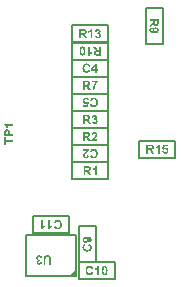
<source format=gbr>
G04*
G04 #@! TF.GenerationSoftware,Altium Limited,Altium Designer,23.10.1 (27)*
G04*
G04 Layer_Color=8388736*
%FSLAX44Y44*%
%MOMM*%
G71*
G04*
G04 #@! TF.SameCoordinates,F1356F94-EBF5-402A-8C13-2620F03D8000*
G04*
G04*
G04 #@! TF.FilePolarity,Positive*
G04*
G01*
G75*
%ADD10C,0.2000*%
G36*
X1166768Y-281791D02*
Y-275791D01*
X1160768Y-281791D01*
X1166768D01*
D02*
G37*
G36*
X1135667Y-264158D02*
X1135467Y-264180D01*
X1135290Y-264213D01*
X1135112Y-264258D01*
X1134957Y-264313D01*
X1134801Y-264368D01*
X1134657Y-264435D01*
X1134535Y-264502D01*
X1134424Y-264568D01*
X1134313Y-264635D01*
X1134235Y-264690D01*
X1134157Y-264746D01*
X1134102Y-264790D01*
X1134058Y-264824D01*
X1134035Y-264846D01*
X1134024Y-264857D01*
X1133891Y-264990D01*
X1133780Y-265134D01*
X1133680Y-265279D01*
X1133592Y-265423D01*
X1133525Y-265578D01*
X1133458Y-265723D01*
X1133370Y-265989D01*
X1133347Y-266111D01*
X1133325Y-266233D01*
X1133303Y-266333D01*
X1133292Y-266422D01*
X1133281Y-266488D01*
Y-266544D01*
Y-266577D01*
Y-266588D01*
X1133303Y-266844D01*
X1133347Y-267066D01*
X1133403Y-267277D01*
X1133481Y-267443D01*
X1133558Y-267587D01*
X1133614Y-267687D01*
X1133658Y-267754D01*
X1133680Y-267776D01*
X1133836Y-267943D01*
X1134013Y-268087D01*
X1134191Y-268198D01*
X1134357Y-268287D01*
X1134502Y-268353D01*
X1134624Y-268387D01*
X1134668Y-268409D01*
X1134701D01*
X1134724Y-268420D01*
X1134735D01*
X1134535Y-268542D01*
X1134368Y-268664D01*
X1134224Y-268797D01*
X1134091Y-268930D01*
X1133980Y-269064D01*
X1133891Y-269197D01*
X1133825Y-269330D01*
X1133758Y-269452D01*
X1133714Y-269574D01*
X1133680Y-269685D01*
X1133658Y-269785D01*
X1133647Y-269874D01*
X1133636Y-269941D01*
X1133625Y-269996D01*
Y-270029D01*
Y-270040D01*
X1133636Y-270174D01*
X1133647Y-270296D01*
X1133714Y-270540D01*
X1133791Y-270762D01*
X1133891Y-270951D01*
X1133991Y-271106D01*
X1134080Y-271217D01*
X1134113Y-271262D01*
X1134146Y-271295D01*
X1134157Y-271306D01*
X1134169Y-271317D01*
X1134291Y-271439D01*
X1134435Y-271550D01*
X1134568Y-271639D01*
X1134713Y-271717D01*
X1134868Y-271794D01*
X1135012Y-271850D01*
X1135290Y-271927D01*
X1135412Y-271961D01*
X1135534Y-271983D01*
X1135634Y-271994D01*
X1135734Y-272005D01*
X1135811Y-272016D01*
X1135911D01*
X1136144Y-272005D01*
X1136355Y-271983D01*
X1136555Y-271938D01*
X1136722Y-271894D01*
X1136855Y-271850D01*
X1136966Y-271805D01*
X1137032Y-271783D01*
X1137044Y-271772D01*
X1137055D01*
X1137232Y-271672D01*
X1137399Y-271561D01*
X1137532Y-271450D01*
X1137643Y-271350D01*
X1137732Y-271250D01*
X1137798Y-271173D01*
X1137843Y-271128D01*
X1137854Y-271106D01*
X1137954Y-270940D01*
X1138043Y-270762D01*
X1138109Y-270573D01*
X1138176Y-270396D01*
X1138220Y-270229D01*
X1138253Y-270107D01*
X1138264Y-270052D01*
Y-270018D01*
X1138276Y-269996D01*
Y-269985D01*
X1136921Y-269763D01*
X1136888Y-269941D01*
X1136844Y-270096D01*
X1136799Y-270229D01*
X1136744Y-270329D01*
X1136688Y-270418D01*
X1136644Y-270485D01*
X1136611Y-270518D01*
X1136600Y-270529D01*
X1136500Y-270618D01*
X1136389Y-270684D01*
X1136278Y-270729D01*
X1136178Y-270762D01*
X1136089Y-270784D01*
X1136022Y-270795D01*
X1135956D01*
X1135823Y-270784D01*
X1135689Y-270762D01*
X1135589Y-270718D01*
X1135501Y-270684D01*
X1135423Y-270640D01*
X1135378Y-270595D01*
X1135345Y-270573D01*
X1135334Y-270562D01*
X1135256Y-270473D01*
X1135201Y-270362D01*
X1135156Y-270263D01*
X1135134Y-270163D01*
X1135112Y-270074D01*
X1135101Y-270007D01*
Y-269963D01*
Y-269941D01*
X1135112Y-269774D01*
X1135145Y-269630D01*
X1135201Y-269508D01*
X1135256Y-269408D01*
X1135323Y-269319D01*
X1135367Y-269263D01*
X1135412Y-269219D01*
X1135423Y-269208D01*
X1135556Y-269119D01*
X1135700Y-269053D01*
X1135856Y-269008D01*
X1136000Y-268975D01*
X1136133Y-268964D01*
X1136244Y-268953D01*
X1136344D01*
X1136500Y-267765D01*
X1136355Y-267798D01*
X1136233Y-267832D01*
X1136111Y-267854D01*
X1136011Y-267865D01*
X1135934Y-267876D01*
X1135823D01*
X1135667Y-267865D01*
X1135534Y-267820D01*
X1135412Y-267776D01*
X1135301Y-267710D01*
X1135223Y-267654D01*
X1135156Y-267598D01*
X1135112Y-267554D01*
X1135101Y-267543D01*
X1135001Y-267410D01*
X1134923Y-267265D01*
X1134868Y-267121D01*
X1134824Y-266977D01*
X1134801Y-266844D01*
X1134790Y-266744D01*
Y-266677D01*
Y-266666D01*
Y-266655D01*
X1134801Y-266444D01*
X1134835Y-266255D01*
X1134890Y-266089D01*
X1134946Y-265956D01*
X1135012Y-265856D01*
X1135057Y-265778D01*
X1135101Y-265723D01*
X1135112Y-265712D01*
X1135234Y-265601D01*
X1135367Y-265512D01*
X1135490Y-265456D01*
X1135612Y-265412D01*
X1135723Y-265390D01*
X1135800Y-265379D01*
X1135856Y-265368D01*
X1135878D01*
X1136033Y-265379D01*
X1136167Y-265412D01*
X1136289Y-265456D01*
X1136400Y-265512D01*
X1136477Y-265556D01*
X1136544Y-265601D01*
X1136588Y-265634D01*
X1136600Y-265645D01*
X1136699Y-265767D01*
X1136788Y-265900D01*
X1136844Y-266045D01*
X1136899Y-266178D01*
X1136933Y-266300D01*
X1136955Y-266400D01*
X1136966Y-266466D01*
Y-266477D01*
Y-266488D01*
X1138387Y-266311D01*
X1138364Y-266133D01*
X1138320Y-265967D01*
X1138220Y-265656D01*
X1138098Y-265390D01*
X1138020Y-265279D01*
X1137954Y-265168D01*
X1137887Y-265068D01*
X1137821Y-264990D01*
X1137765Y-264912D01*
X1137710Y-264857D01*
X1137665Y-264813D01*
X1137632Y-264779D01*
X1137610Y-264757D01*
X1137598Y-264746D01*
X1137465Y-264646D01*
X1137321Y-264546D01*
X1137188Y-264468D01*
X1137032Y-264402D01*
X1136744Y-264291D01*
X1136477Y-264224D01*
X1136344Y-264202D01*
X1136233Y-264180D01*
X1136133Y-264169D01*
X1136044Y-264158D01*
X1135967Y-264146D01*
X1135867D01*
X1135667Y-264158D01*
D02*
G37*
G36*
X1142294D02*
X1142005Y-264180D01*
X1141750Y-264224D01*
X1141539Y-264269D01*
X1141450Y-264280D01*
X1141361Y-264302D01*
X1141295Y-264324D01*
X1141239Y-264346D01*
X1141195Y-264357D01*
X1141161Y-264368D01*
X1141150Y-264380D01*
X1141139D01*
X1140939Y-264468D01*
X1140762Y-264579D01*
X1140607Y-264679D01*
X1140473Y-264779D01*
X1140373Y-264868D01*
X1140296Y-264935D01*
X1140251Y-264979D01*
X1140240Y-265001D01*
X1140118Y-265157D01*
X1140018Y-265323D01*
X1139940Y-265478D01*
X1139874Y-265634D01*
X1139829Y-265767D01*
X1139796Y-265878D01*
X1139785Y-265911D01*
Y-265945D01*
X1139774Y-265956D01*
Y-265967D01*
X1139752Y-266089D01*
X1139730Y-266222D01*
X1139707Y-266366D01*
X1139696Y-266511D01*
X1139674Y-266844D01*
X1139652Y-267166D01*
Y-267310D01*
Y-267454D01*
X1139641Y-267587D01*
Y-267698D01*
Y-267787D01*
Y-267865D01*
Y-267909D01*
Y-267920D01*
Y-271972D01*
X1141195D01*
Y-267710D01*
Y-267543D01*
Y-267388D01*
X1141206Y-267243D01*
Y-267110D01*
X1141217Y-266999D01*
Y-266888D01*
X1141228Y-266788D01*
Y-266699D01*
X1141250Y-266566D01*
X1141261Y-266466D01*
X1141273Y-266411D01*
Y-266389D01*
X1141306Y-266244D01*
X1141361Y-266122D01*
X1141428Y-266011D01*
X1141495Y-265911D01*
X1141561Y-265834D01*
X1141617Y-265778D01*
X1141661Y-265745D01*
X1141672Y-265734D01*
X1141805Y-265645D01*
X1141972Y-265578D01*
X1142127Y-265534D01*
X1142294Y-265501D01*
X1142438Y-265478D01*
X1142549Y-265467D01*
X1142660D01*
X1142893Y-265478D01*
X1143093Y-265512D01*
X1143270Y-265556D01*
X1143426Y-265612D01*
X1143537Y-265656D01*
X1143626Y-265700D01*
X1143670Y-265734D01*
X1143692Y-265745D01*
X1143814Y-265856D01*
X1143914Y-265989D01*
X1144003Y-266111D01*
X1144059Y-266233D01*
X1144103Y-266344D01*
X1144136Y-266433D01*
X1144158Y-266488D01*
Y-266511D01*
X1144170Y-266577D01*
X1144181Y-266644D01*
Y-266733D01*
X1144192Y-266833D01*
X1144203Y-267043D01*
Y-267265D01*
X1144214Y-267465D01*
Y-267554D01*
Y-267643D01*
Y-267710D01*
Y-267754D01*
Y-267787D01*
Y-267798D01*
Y-271972D01*
X1145768D01*
Y-267865D01*
Y-267632D01*
X1145757Y-267410D01*
Y-267199D01*
X1145746Y-267010D01*
X1145735Y-266833D01*
X1145723Y-266677D01*
X1145712Y-266533D01*
X1145690Y-266400D01*
X1145679Y-266289D01*
X1145668Y-266189D01*
X1145657Y-266100D01*
X1145646Y-266033D01*
X1145635Y-265978D01*
Y-265945D01*
X1145624Y-265923D01*
Y-265911D01*
X1145568Y-265745D01*
X1145513Y-265590D01*
X1145435Y-265445D01*
X1145368Y-265323D01*
X1145302Y-265212D01*
X1145246Y-265123D01*
X1145202Y-265079D01*
X1145191Y-265057D01*
X1145058Y-264912D01*
X1144913Y-264779D01*
X1144758Y-264668D01*
X1144614Y-264568D01*
X1144492Y-264491D01*
X1144380Y-264435D01*
X1144314Y-264402D01*
X1144303Y-264391D01*
X1144292D01*
X1144181Y-264346D01*
X1144059Y-264313D01*
X1143781Y-264246D01*
X1143504Y-264202D01*
X1143237Y-264180D01*
X1143115Y-264169D01*
X1142993Y-264158D01*
X1142893D01*
X1142793Y-264146D01*
X1142616D01*
X1142294Y-264158D01*
D02*
G37*
G36*
X1181748Y-174099D02*
X1181537Y-174110D01*
X1181326Y-174144D01*
X1181137Y-174188D01*
X1180959Y-174232D01*
X1180793Y-174277D01*
X1180638Y-174332D01*
X1180493Y-174399D01*
X1180371Y-174454D01*
X1180260Y-174510D01*
X1180160Y-174554D01*
X1180083Y-174599D01*
X1180016Y-174643D01*
X1179972Y-174676D01*
X1179949Y-174688D01*
X1179938Y-174699D01*
X1179794Y-174821D01*
X1179661Y-174954D01*
X1179417Y-175254D01*
X1179217Y-175564D01*
X1179061Y-175864D01*
X1178995Y-176008D01*
X1178939Y-176142D01*
X1178895Y-176264D01*
X1178850Y-176364D01*
X1178817Y-176452D01*
X1178795Y-176519D01*
X1178784Y-176563D01*
Y-176574D01*
X1180293Y-177041D01*
X1180382Y-176741D01*
X1180482Y-176486D01*
X1180582Y-176275D01*
X1180693Y-176097D01*
X1180782Y-175964D01*
X1180860Y-175875D01*
X1180915Y-175820D01*
X1180937Y-175798D01*
X1181115Y-175664D01*
X1181292Y-175576D01*
X1181470Y-175509D01*
X1181625Y-175453D01*
X1181770Y-175431D01*
X1181892Y-175420D01*
X1181936Y-175409D01*
X1181992D01*
X1182147Y-175420D01*
X1182291Y-175431D01*
X1182558Y-175509D01*
X1182791Y-175598D01*
X1182980Y-175720D01*
X1183135Y-175831D01*
X1183246Y-175920D01*
X1183290Y-175964D01*
X1183324Y-175997D01*
X1183335Y-176008D01*
X1183346Y-176019D01*
X1183435Y-176142D01*
X1183512Y-176286D01*
X1183590Y-176441D01*
X1183646Y-176608D01*
X1183734Y-176952D01*
X1183801Y-177296D01*
X1183823Y-177463D01*
X1183834Y-177607D01*
X1183857Y-177751D01*
Y-177873D01*
X1183868Y-177962D01*
Y-178040D01*
Y-178095D01*
Y-178106D01*
X1183857Y-178362D01*
X1183845Y-178595D01*
X1183823Y-178806D01*
X1183790Y-179005D01*
X1183745Y-179183D01*
X1183701Y-179349D01*
X1183657Y-179494D01*
X1183601Y-179627D01*
X1183557Y-179738D01*
X1183512Y-179838D01*
X1183468Y-179916D01*
X1183424Y-179982D01*
X1183390Y-180038D01*
X1183368Y-180071D01*
X1183346Y-180093D01*
Y-180104D01*
X1183246Y-180215D01*
X1183135Y-180315D01*
X1183024Y-180393D01*
X1182902Y-180459D01*
X1182669Y-180570D01*
X1182447Y-180648D01*
X1182258Y-180693D01*
X1182169Y-180704D01*
X1182103Y-180715D01*
X1182036Y-180726D01*
X1181958D01*
X1181736Y-180715D01*
X1181537Y-180670D01*
X1181359Y-180615D01*
X1181204Y-180548D01*
X1181081Y-180482D01*
X1180993Y-180426D01*
X1180937Y-180382D01*
X1180915Y-180371D01*
X1180771Y-180237D01*
X1180638Y-180082D01*
X1180538Y-179927D01*
X1180460Y-179771D01*
X1180404Y-179638D01*
X1180371Y-179538D01*
X1180349Y-179494D01*
Y-179460D01*
X1180338Y-179449D01*
Y-179438D01*
X1178806Y-179804D01*
X1178917Y-180126D01*
X1179039Y-180404D01*
X1179172Y-180648D01*
X1179295Y-180848D01*
X1179417Y-181003D01*
X1179461Y-181070D01*
X1179505Y-181125D01*
X1179539Y-181159D01*
X1179572Y-181192D01*
X1179583Y-181214D01*
X1179594D01*
X1179761Y-181359D01*
X1179949Y-181492D01*
X1180127Y-181603D01*
X1180316Y-181691D01*
X1180515Y-181780D01*
X1180704Y-181847D01*
X1180893Y-181902D01*
X1181070Y-181947D01*
X1181237Y-181980D01*
X1181392Y-182002D01*
X1181525Y-182024D01*
X1181648Y-182036D01*
X1181748Y-182047D01*
X1181881D01*
X1182169Y-182036D01*
X1182458Y-182002D01*
X1182713Y-181947D01*
X1182969Y-181880D01*
X1183191Y-181803D01*
X1183412Y-181714D01*
X1183601Y-181614D01*
X1183779Y-181514D01*
X1183945Y-181414D01*
X1184079Y-181314D01*
X1184201Y-181225D01*
X1184301Y-181148D01*
X1184378Y-181081D01*
X1184434Y-181026D01*
X1184467Y-180992D01*
X1184478Y-180981D01*
X1184656Y-180770D01*
X1184800Y-180548D01*
X1184933Y-180315D01*
X1185044Y-180071D01*
X1185144Y-179816D01*
X1185222Y-179571D01*
X1185288Y-179327D01*
X1185344Y-179094D01*
X1185388Y-178861D01*
X1185411Y-178661D01*
X1185433Y-178473D01*
X1185455Y-178317D01*
Y-178184D01*
X1185466Y-178084D01*
Y-178018D01*
Y-178006D01*
Y-177995D01*
X1185455Y-177662D01*
X1185422Y-177351D01*
X1185377Y-177052D01*
X1185311Y-176785D01*
X1185244Y-176530D01*
X1185155Y-176286D01*
X1185066Y-176075D01*
X1184978Y-175886D01*
X1184889Y-175709D01*
X1184800Y-175553D01*
X1184711Y-175431D01*
X1184645Y-175320D01*
X1184578Y-175243D01*
X1184534Y-175176D01*
X1184500Y-175143D01*
X1184489Y-175131D01*
X1184301Y-174943D01*
X1184101Y-174787D01*
X1183890Y-174643D01*
X1183679Y-174532D01*
X1183468Y-174432D01*
X1183257Y-174343D01*
X1183057Y-174277D01*
X1182869Y-174221D01*
X1182680Y-174177D01*
X1182513Y-174144D01*
X1182358Y-174121D01*
X1182236Y-174110D01*
X1182125Y-174099D01*
X1182047Y-174088D01*
X1181981D01*
X1181748Y-174099D01*
D02*
G37*
G36*
X1172801Y-175587D02*
X1175731D01*
X1175643Y-175731D01*
X1175543Y-175853D01*
X1175498Y-175909D01*
X1175465Y-175953D01*
X1175443Y-175975D01*
X1175432Y-175986D01*
X1175387Y-176031D01*
X1175343Y-176086D01*
X1175210Y-176208D01*
X1175065Y-176353D01*
X1174921Y-176497D01*
X1174777Y-176630D01*
X1174655Y-176741D01*
X1174610Y-176785D01*
X1174577Y-176819D01*
X1174555Y-176830D01*
X1174544Y-176841D01*
X1174300Y-177074D01*
X1174100Y-177263D01*
X1173933Y-177440D01*
X1173800Y-177574D01*
X1173700Y-177684D01*
X1173634Y-177762D01*
X1173589Y-177818D01*
X1173578Y-177829D01*
X1173434Y-178018D01*
X1173312Y-178195D01*
X1173212Y-178362D01*
X1173134Y-178506D01*
X1173067Y-178628D01*
X1173023Y-178728D01*
X1173001Y-178783D01*
X1172990Y-178806D01*
X1172923Y-178983D01*
X1172879Y-179161D01*
X1172846Y-179327D01*
X1172823Y-179483D01*
X1172812Y-179605D01*
X1172801Y-179705D01*
Y-179771D01*
Y-179793D01*
X1172812Y-179960D01*
X1172834Y-180126D01*
X1172857Y-180282D01*
X1172901Y-180426D01*
X1173012Y-180681D01*
X1173123Y-180903D01*
X1173190Y-181003D01*
X1173245Y-181081D01*
X1173301Y-181159D01*
X1173356Y-181214D01*
X1173400Y-181259D01*
X1173423Y-181303D01*
X1173445Y-181314D01*
X1173456Y-181325D01*
X1173578Y-181436D01*
X1173722Y-181536D01*
X1173856Y-181614D01*
X1174011Y-181680D01*
X1174300Y-181791D01*
X1174588Y-181869D01*
X1174721Y-181891D01*
X1174843Y-181914D01*
X1174954Y-181925D01*
X1175054Y-181936D01*
X1175132Y-181947D01*
X1175243D01*
X1175432Y-181936D01*
X1175609Y-181925D01*
X1175953Y-181869D01*
X1176242Y-181780D01*
X1176375Y-181736D01*
X1176497Y-181680D01*
X1176608Y-181636D01*
X1176697Y-181581D01*
X1176786Y-181536D01*
X1176852Y-181503D01*
X1176908Y-181458D01*
X1176941Y-181436D01*
X1176964Y-181425D01*
X1176975Y-181414D01*
X1177097Y-181303D01*
X1177208Y-181192D01*
X1177308Y-181059D01*
X1177396Y-180914D01*
X1177530Y-180626D01*
X1177641Y-180348D01*
X1177674Y-180204D01*
X1177707Y-180082D01*
X1177740Y-179971D01*
X1177752Y-179871D01*
X1177774Y-179782D01*
Y-179727D01*
X1177785Y-179682D01*
Y-179671D01*
X1176320Y-179527D01*
X1176298Y-179749D01*
X1176253Y-179938D01*
X1176209Y-180104D01*
X1176153Y-180226D01*
X1176109Y-180326D01*
X1176064Y-180393D01*
X1176031Y-180437D01*
X1176020Y-180448D01*
X1175909Y-180537D01*
X1175787Y-180604D01*
X1175665Y-180659D01*
X1175543Y-180693D01*
X1175443Y-180715D01*
X1175354Y-180726D01*
X1175276D01*
X1175110Y-180715D01*
X1174966Y-180681D01*
X1174843Y-180637D01*
X1174732Y-180593D01*
X1174655Y-180548D01*
X1174588Y-180504D01*
X1174555Y-180471D01*
X1174544Y-180459D01*
X1174455Y-180348D01*
X1174388Y-180226D01*
X1174344Y-180104D01*
X1174311Y-179982D01*
X1174288Y-179871D01*
X1174277Y-179771D01*
Y-179716D01*
Y-179705D01*
Y-179694D01*
X1174288Y-179527D01*
X1174322Y-179372D01*
X1174377Y-179216D01*
X1174433Y-179083D01*
X1174488Y-178961D01*
X1174544Y-178872D01*
X1174577Y-178817D01*
X1174588Y-178794D01*
X1174633Y-178728D01*
X1174699Y-178650D01*
X1174788Y-178550D01*
X1174877Y-178461D01*
X1175077Y-178251D01*
X1175276Y-178040D01*
X1175476Y-177840D01*
X1175565Y-177751D01*
X1175654Y-177684D01*
X1175720Y-177618D01*
X1175765Y-177574D01*
X1175798Y-177540D01*
X1175809Y-177529D01*
X1176031Y-177318D01*
X1176231Y-177118D01*
X1176420Y-176930D01*
X1176586Y-176763D01*
X1176741Y-176597D01*
X1176875Y-176441D01*
X1176997Y-176308D01*
X1177097Y-176175D01*
X1177186Y-176064D01*
X1177263Y-175964D01*
X1177330Y-175886D01*
X1177374Y-175809D01*
X1177419Y-175764D01*
X1177441Y-175720D01*
X1177463Y-175698D01*
Y-175686D01*
X1177607Y-175431D01*
X1177718Y-175165D01*
X1177807Y-174921D01*
X1177874Y-174699D01*
X1177918Y-174499D01*
X1177929Y-174421D01*
X1177940Y-174354D01*
X1177951Y-174299D01*
X1177962Y-174255D01*
Y-174232D01*
Y-174221D01*
X1172801D01*
Y-175587D01*
D02*
G37*
G36*
X1106354Y-153998D02*
X1106610Y-154109D01*
X1106843Y-154253D01*
X1107065Y-154409D01*
X1107242Y-154564D01*
X1107387Y-154697D01*
X1107498Y-154819D01*
X1107542Y-154864D01*
X1107575Y-154897D01*
X1107587Y-154919D01*
X1107598Y-154930D01*
X1107775Y-155175D01*
X1107931Y-155408D01*
X1108053Y-155619D01*
X1108141Y-155807D01*
X1108208Y-155963D01*
X1108263Y-156074D01*
X1108275Y-156118D01*
X1108286Y-156151D01*
X1108297Y-156163D01*
Y-156174D01*
X1109629D01*
X1109473Y-155774D01*
X1109307Y-155419D01*
X1109218Y-155252D01*
X1109118Y-155097D01*
X1109029Y-154953D01*
X1108941Y-154819D01*
X1108852Y-154697D01*
X1108774Y-154586D01*
X1108708Y-154497D01*
X1108641Y-154420D01*
X1108585Y-154353D01*
X1108552Y-154309D01*
X1108530Y-154287D01*
X1108519Y-154276D01*
X1114080D01*
Y-152799D01*
X1106354D01*
Y-153998D01*
D02*
G37*
G36*
X1108441Y-157528D02*
X1108141Y-157572D01*
X1107897Y-157650D01*
X1107675Y-157728D01*
X1107587Y-157772D01*
X1107509Y-157816D01*
X1107442Y-157850D01*
X1107376Y-157894D01*
X1107331Y-157916D01*
X1107298Y-157938D01*
X1107287Y-157961D01*
X1107276D01*
X1107076Y-158138D01*
X1106909Y-158316D01*
X1106776Y-158505D01*
X1106676Y-158671D01*
X1106610Y-158827D01*
X1106554Y-158949D01*
X1106543Y-158993D01*
X1106532Y-159026D01*
X1106521Y-159048D01*
Y-159059D01*
X1106499Y-159148D01*
X1106477Y-159259D01*
X1106465Y-159392D01*
X1106454Y-159526D01*
X1106432Y-159837D01*
X1106410Y-160147D01*
Y-160436D01*
X1106399Y-160558D01*
Y-163389D01*
X1114080D01*
Y-161835D01*
X1111183D01*
Y-160458D01*
X1111172Y-160292D01*
Y-160136D01*
X1111161Y-159992D01*
X1111150Y-159859D01*
X1111138Y-159737D01*
X1111127Y-159637D01*
Y-159537D01*
X1111116Y-159459D01*
X1111105Y-159381D01*
X1111094Y-159326D01*
Y-159282D01*
X1111083Y-159248D01*
Y-159226D01*
X1111039Y-159071D01*
X1110983Y-158926D01*
X1110928Y-158793D01*
X1110861Y-158671D01*
X1110805Y-158571D01*
X1110761Y-158493D01*
X1110728Y-158449D01*
X1110717Y-158427D01*
X1110606Y-158283D01*
X1110483Y-158160D01*
X1110350Y-158038D01*
X1110239Y-157950D01*
X1110128Y-157872D01*
X1110040Y-157816D01*
X1109984Y-157783D01*
X1109962Y-157772D01*
X1109773Y-157683D01*
X1109573Y-157617D01*
X1109362Y-157572D01*
X1109174Y-157539D01*
X1109018Y-157517D01*
X1108941D01*
X1108885Y-157506D01*
X1108830D01*
X1108796D01*
X1108774D01*
X1108763D01*
X1108441Y-157528D01*
D02*
G37*
G36*
X1106399Y-170492D02*
X1107698D01*
Y-168217D01*
X1114080D01*
Y-166663D01*
X1107698D01*
Y-164399D01*
X1106399D01*
Y-170492D01*
D02*
G37*
G36*
X1240253Y-174553D02*
X1241441Y-174720D01*
X1241541Y-174620D01*
X1241641Y-174531D01*
X1241741Y-174453D01*
X1241841Y-174387D01*
X1242029Y-174287D01*
X1242207Y-174220D01*
X1242362Y-174187D01*
X1242473Y-174165D01*
X1242518Y-174154D01*
X1242584D01*
X1242762Y-174165D01*
X1242928Y-174209D01*
X1243073Y-174265D01*
X1243195Y-174331D01*
X1243284Y-174409D01*
X1243361Y-174464D01*
X1243406Y-174509D01*
X1243417Y-174520D01*
X1243528Y-174664D01*
X1243606Y-174831D01*
X1243661Y-175008D01*
X1243694Y-175186D01*
X1243728Y-175341D01*
X1243739Y-175464D01*
Y-175519D01*
Y-175552D01*
Y-175574D01*
Y-175586D01*
X1243728Y-175852D01*
X1243694Y-176085D01*
X1243639Y-176274D01*
X1243583Y-176429D01*
X1243517Y-176562D01*
X1243472Y-176651D01*
X1243428Y-176696D01*
X1243417Y-176718D01*
X1243295Y-176840D01*
X1243162Y-176940D01*
X1243028Y-177006D01*
X1242906Y-177051D01*
X1242795Y-177073D01*
X1242707Y-177084D01*
X1242651Y-177095D01*
X1242629D01*
X1242485Y-177084D01*
X1242340Y-177051D01*
X1242218Y-177006D01*
X1242118Y-176951D01*
X1242029Y-176895D01*
X1241963Y-176851D01*
X1241918Y-176818D01*
X1241907Y-176807D01*
X1241807Y-176684D01*
X1241719Y-176562D01*
X1241652Y-176429D01*
X1241608Y-176307D01*
X1241574Y-176196D01*
X1241552Y-176096D01*
X1241541Y-176041D01*
Y-176019D01*
X1240076Y-176174D01*
X1240109Y-176352D01*
X1240142Y-176518D01*
X1240253Y-176818D01*
X1240376Y-177084D01*
X1240442Y-177195D01*
X1240520Y-177306D01*
X1240586Y-177395D01*
X1240642Y-177473D01*
X1240708Y-177539D01*
X1240753Y-177606D01*
X1240797Y-177650D01*
X1240831Y-177684D01*
X1240853Y-177695D01*
X1240864Y-177706D01*
X1240997Y-177806D01*
X1241130Y-177894D01*
X1241275Y-177972D01*
X1241419Y-178028D01*
X1241719Y-178139D01*
X1241985Y-178205D01*
X1242118Y-178227D01*
X1242229Y-178239D01*
X1242340Y-178250D01*
X1242429Y-178261D01*
X1242507Y-178272D01*
X1242607D01*
X1242851Y-178261D01*
X1243084Y-178227D01*
X1243295Y-178183D01*
X1243495Y-178116D01*
X1243683Y-178039D01*
X1243850Y-177950D01*
X1244005Y-177861D01*
X1244149Y-177761D01*
X1244272Y-177672D01*
X1244383Y-177584D01*
X1244482Y-177495D01*
X1244560Y-177417D01*
X1244616Y-177351D01*
X1244660Y-177306D01*
X1244682Y-177273D01*
X1244693Y-177262D01*
X1244793Y-177117D01*
X1244882Y-176973D01*
X1244949Y-176829D01*
X1245015Y-176673D01*
X1245115Y-176385D01*
X1245182Y-176118D01*
X1245204Y-176007D01*
X1245215Y-175896D01*
X1245237Y-175797D01*
Y-175708D01*
X1245248Y-175641D01*
Y-175597D01*
Y-175563D01*
Y-175552D01*
X1245237Y-175341D01*
X1245215Y-175142D01*
X1245182Y-174953D01*
X1245137Y-174775D01*
X1245093Y-174620D01*
X1245026Y-174464D01*
X1244971Y-174320D01*
X1244904Y-174198D01*
X1244838Y-174087D01*
X1244782Y-173987D01*
X1244715Y-173899D01*
X1244671Y-173832D01*
X1244627Y-173776D01*
X1244593Y-173732D01*
X1244571Y-173710D01*
X1244560Y-173699D01*
X1244427Y-173577D01*
X1244294Y-173466D01*
X1244149Y-173366D01*
X1244005Y-173277D01*
X1243872Y-173210D01*
X1243728Y-173155D01*
X1243472Y-173066D01*
X1243350Y-173033D01*
X1243239Y-173011D01*
X1243139Y-172999D01*
X1243062Y-172988D01*
X1242995Y-172977D01*
X1242895D01*
X1242707Y-172988D01*
X1242518Y-173022D01*
X1242351Y-173055D01*
X1242196Y-173099D01*
X1242074Y-173155D01*
X1241974Y-173188D01*
X1241907Y-173221D01*
X1241896Y-173232D01*
X1241885D01*
X1242118Y-171923D01*
X1244904D01*
Y-170546D01*
X1241008D01*
X1240253Y-174553D01*
D02*
G37*
G36*
X1236535Y-170657D02*
X1236391Y-170890D01*
X1236235Y-171112D01*
X1236080Y-171290D01*
X1235947Y-171434D01*
X1235825Y-171545D01*
X1235780Y-171590D01*
X1235747Y-171623D01*
X1235725Y-171634D01*
X1235714Y-171645D01*
X1235469Y-171823D01*
X1235236Y-171978D01*
X1235025Y-172100D01*
X1234837Y-172189D01*
X1234681Y-172256D01*
X1234570Y-172311D01*
X1234526Y-172322D01*
X1234493Y-172333D01*
X1234482Y-172344D01*
X1234470D01*
Y-173676D01*
X1234870Y-173521D01*
X1235225Y-173355D01*
X1235392Y-173266D01*
X1235547Y-173166D01*
X1235691Y-173077D01*
X1235825Y-172988D01*
X1235947Y-172899D01*
X1236058Y-172822D01*
X1236146Y-172755D01*
X1236224Y-172689D01*
X1236291Y-172633D01*
X1236335Y-172600D01*
X1236357Y-172578D01*
X1236368Y-172567D01*
Y-178127D01*
X1237845D01*
Y-170402D01*
X1236646D01*
X1236535Y-170657D01*
D02*
G37*
G36*
X1226667Y-178127D02*
X1228221D01*
Y-174920D01*
X1228721D01*
X1228876Y-174931D01*
X1229009Y-174942D01*
X1229120Y-174964D01*
X1229209Y-174975D01*
X1229265Y-174997D01*
X1229298Y-175008D01*
X1229309D01*
X1229398Y-175053D01*
X1229487Y-175097D01*
X1229564Y-175153D01*
X1229642Y-175197D01*
X1229697Y-175253D01*
X1229742Y-175297D01*
X1229764Y-175319D01*
X1229775Y-175330D01*
X1229820Y-175386D01*
X1229875Y-175441D01*
X1229997Y-175608D01*
X1230130Y-175785D01*
X1230275Y-175985D01*
X1230397Y-176163D01*
X1230452Y-176252D01*
X1230497Y-176318D01*
X1230541Y-176374D01*
X1230574Y-176418D01*
X1230585Y-176451D01*
X1230597Y-176462D01*
X1231707Y-178127D01*
X1233571D01*
X1232628Y-176629D01*
X1232528Y-176474D01*
X1232428Y-176318D01*
X1232339Y-176185D01*
X1232251Y-176063D01*
X1232173Y-175952D01*
X1232106Y-175841D01*
X1231973Y-175674D01*
X1231873Y-175541D01*
X1231806Y-175452D01*
X1231751Y-175397D01*
X1231740Y-175386D01*
X1231618Y-175253D01*
X1231473Y-175131D01*
X1231340Y-175031D01*
X1231207Y-174931D01*
X1231096Y-174853D01*
X1231007Y-174797D01*
X1230941Y-174753D01*
X1230930Y-174742D01*
X1230919D01*
X1231107Y-174709D01*
X1231274Y-174664D01*
X1231429Y-174620D01*
X1231584Y-174564D01*
X1231718Y-174509D01*
X1231840Y-174453D01*
X1231962Y-174398D01*
X1232062Y-174331D01*
X1232151Y-174276D01*
X1232228Y-174220D01*
X1232295Y-174165D01*
X1232339Y-174121D01*
X1232384Y-174087D01*
X1232417Y-174054D01*
X1232428Y-174043D01*
X1232439Y-174032D01*
X1232528Y-173921D01*
X1232606Y-173810D01*
X1232739Y-173566D01*
X1232828Y-173332D01*
X1232883Y-173099D01*
X1232928Y-172899D01*
X1232939Y-172822D01*
Y-172744D01*
X1232950Y-172689D01*
Y-172633D01*
Y-172611D01*
Y-172600D01*
X1232939Y-172356D01*
X1232894Y-172122D01*
X1232839Y-171923D01*
X1232783Y-171745D01*
X1232717Y-171601D01*
X1232661Y-171490D01*
X1232639Y-171457D01*
X1232617Y-171423D01*
X1232606Y-171412D01*
Y-171401D01*
X1232473Y-171212D01*
X1232328Y-171057D01*
X1232184Y-170935D01*
X1232040Y-170824D01*
X1231906Y-170757D01*
X1231806Y-170702D01*
X1231740Y-170668D01*
X1231729Y-170657D01*
X1231718D01*
X1231607Y-170624D01*
X1231485Y-170591D01*
X1231207Y-170535D01*
X1230907Y-170502D01*
X1230619Y-170469D01*
X1230474D01*
X1230352Y-170457D01*
X1230230D01*
X1230130Y-170446D01*
X1226667D01*
Y-178127D01*
D02*
G37*
G36*
X1151342Y-234075D02*
X1151131Y-234086D01*
X1150920Y-234119D01*
X1150732Y-234163D01*
X1150554Y-234208D01*
X1150387Y-234252D01*
X1150232Y-234308D01*
X1150088Y-234374D01*
X1149966Y-234430D01*
X1149855Y-234485D01*
X1149755Y-234530D01*
X1149677Y-234574D01*
X1149611Y-234618D01*
X1149566Y-234652D01*
X1149544Y-234663D01*
X1149533Y-234674D01*
X1149389Y-234796D01*
X1149255Y-234929D01*
X1149011Y-235229D01*
X1148811Y-235540D01*
X1148656Y-235840D01*
X1148589Y-235984D01*
X1148534Y-236117D01*
X1148489Y-236239D01*
X1148445Y-236339D01*
X1148412Y-236428D01*
X1148390Y-236494D01*
X1148378Y-236539D01*
Y-236550D01*
X1149888Y-237016D01*
X1149977Y-236716D01*
X1150077Y-236461D01*
X1150176Y-236250D01*
X1150287Y-236073D01*
X1150376Y-235939D01*
X1150454Y-235851D01*
X1150509Y-235795D01*
X1150532Y-235773D01*
X1150709Y-235640D01*
X1150887Y-235551D01*
X1151065Y-235484D01*
X1151220Y-235429D01*
X1151364Y-235407D01*
X1151486Y-235396D01*
X1151531Y-235384D01*
X1151586D01*
X1151742Y-235396D01*
X1151886Y-235407D01*
X1152152Y-235484D01*
X1152385Y-235573D01*
X1152574Y-235695D01*
X1152729Y-235806D01*
X1152840Y-235895D01*
X1152885Y-235939D01*
X1152918Y-235973D01*
X1152929Y-235984D01*
X1152940Y-235995D01*
X1153029Y-236117D01*
X1153107Y-236261D01*
X1153185Y-236417D01*
X1153240Y-236583D01*
X1153329Y-236927D01*
X1153395Y-237271D01*
X1153418Y-237438D01*
X1153429Y-237582D01*
X1153451Y-237726D01*
Y-237849D01*
X1153462Y-237937D01*
Y-238015D01*
Y-238071D01*
Y-238082D01*
X1153451Y-238337D01*
X1153440Y-238570D01*
X1153418Y-238781D01*
X1153384Y-238981D01*
X1153340Y-239158D01*
X1153296Y-239325D01*
X1153251Y-239469D01*
X1153196Y-239602D01*
X1153151Y-239713D01*
X1153107Y-239813D01*
X1153063Y-239891D01*
X1153018Y-239958D01*
X1152985Y-240013D01*
X1152963Y-240046D01*
X1152940Y-240068D01*
Y-240080D01*
X1152840Y-240191D01*
X1152729Y-240291D01*
X1152618Y-240368D01*
X1152496Y-240435D01*
X1152263Y-240546D01*
X1152041Y-240623D01*
X1151853Y-240668D01*
X1151764Y-240679D01*
X1151697Y-240690D01*
X1151631Y-240701D01*
X1151553D01*
X1151331Y-240690D01*
X1151131Y-240646D01*
X1150954Y-240590D01*
X1150798Y-240524D01*
X1150676Y-240457D01*
X1150587Y-240401D01*
X1150532Y-240357D01*
X1150509Y-240346D01*
X1150365Y-240213D01*
X1150232Y-240057D01*
X1150132Y-239902D01*
X1150054Y-239747D01*
X1149999Y-239613D01*
X1149966Y-239513D01*
X1149943Y-239469D01*
Y-239436D01*
X1149932Y-239425D01*
Y-239414D01*
X1148401Y-239780D01*
X1148512Y-240102D01*
X1148634Y-240379D01*
X1148767Y-240623D01*
X1148889Y-240823D01*
X1149011Y-240979D01*
X1149055Y-241045D01*
X1149100Y-241101D01*
X1149133Y-241134D01*
X1149166Y-241167D01*
X1149178Y-241190D01*
X1149189D01*
X1149355Y-241334D01*
X1149544Y-241467D01*
X1149721Y-241578D01*
X1149910Y-241667D01*
X1150110Y-241756D01*
X1150299Y-241822D01*
X1150487Y-241878D01*
X1150665Y-241922D01*
X1150831Y-241956D01*
X1150987Y-241978D01*
X1151120Y-242000D01*
X1151242Y-242011D01*
X1151342Y-242022D01*
X1151475D01*
X1151764Y-242011D01*
X1152052Y-241978D01*
X1152308Y-241922D01*
X1152563Y-241856D01*
X1152785Y-241778D01*
X1153007Y-241689D01*
X1153196Y-241589D01*
X1153373Y-241489D01*
X1153540Y-241389D01*
X1153673Y-241290D01*
X1153795Y-241201D01*
X1153895Y-241123D01*
X1153973Y-241056D01*
X1154028Y-241001D01*
X1154062Y-240968D01*
X1154073Y-240956D01*
X1154250Y-240746D01*
X1154395Y-240524D01*
X1154528Y-240291D01*
X1154639Y-240046D01*
X1154739Y-239791D01*
X1154816Y-239547D01*
X1154883Y-239303D01*
X1154938Y-239069D01*
X1154983Y-238836D01*
X1155005Y-238637D01*
X1155027Y-238448D01*
X1155049Y-238293D01*
Y-238159D01*
X1155061Y-238060D01*
Y-237993D01*
Y-237982D01*
Y-237971D01*
X1155049Y-237638D01*
X1155016Y-237327D01*
X1154972Y-237027D01*
X1154905Y-236761D01*
X1154838Y-236506D01*
X1154750Y-236261D01*
X1154661Y-236050D01*
X1154572Y-235862D01*
X1154483Y-235684D01*
X1154395Y-235529D01*
X1154306Y-235407D01*
X1154239Y-235296D01*
X1154173Y-235218D01*
X1154128Y-235151D01*
X1154095Y-235118D01*
X1154084Y-235107D01*
X1153895Y-234918D01*
X1153695Y-234763D01*
X1153484Y-234618D01*
X1153273Y-234508D01*
X1153063Y-234408D01*
X1152852Y-234319D01*
X1152652Y-234252D01*
X1152463Y-234197D01*
X1152274Y-234152D01*
X1152108Y-234119D01*
X1151953Y-234097D01*
X1151830Y-234086D01*
X1151719Y-234075D01*
X1151642Y-234063D01*
X1151575D01*
X1151342Y-234075D01*
D02*
G37*
G36*
X1137634Y-241922D02*
X1138832D01*
X1138943Y-241667D01*
X1139088Y-241434D01*
X1139243Y-241212D01*
X1139399Y-241034D01*
X1139532Y-240890D01*
X1139654Y-240779D01*
X1139698Y-240735D01*
X1139732Y-240701D01*
X1139754Y-240690D01*
X1139765Y-240679D01*
X1140009Y-240501D01*
X1140242Y-240346D01*
X1140453Y-240224D01*
X1140642Y-240135D01*
X1140797Y-240068D01*
X1140908Y-240013D01*
X1140953Y-240002D01*
X1140986Y-239991D01*
X1140997Y-239980D01*
X1141008D01*
Y-238648D01*
X1140609Y-238803D01*
X1140253Y-238970D01*
X1140087Y-239058D01*
X1139931Y-239158D01*
X1139787Y-239247D01*
X1139654Y-239336D01*
X1139532Y-239425D01*
X1139421Y-239502D01*
X1139332Y-239569D01*
X1139254Y-239636D01*
X1139188Y-239691D01*
X1139143Y-239724D01*
X1139121Y-239747D01*
X1139110Y-239758D01*
Y-234197D01*
X1137634D01*
Y-241922D01*
D02*
G37*
G36*
X1143605D02*
X1144804D01*
X1144915Y-241667D01*
X1145060Y-241434D01*
X1145215Y-241212D01*
X1145370Y-241034D01*
X1145503Y-240890D01*
X1145626Y-240779D01*
X1145670Y-240735D01*
X1145703Y-240701D01*
X1145725Y-240690D01*
X1145737Y-240679D01*
X1145981Y-240501D01*
X1146214Y-240346D01*
X1146425Y-240224D01*
X1146613Y-240135D01*
X1146769Y-240068D01*
X1146880Y-240013D01*
X1146924Y-240002D01*
X1146958Y-239991D01*
X1146969Y-239980D01*
X1146980D01*
Y-238648D01*
X1146580Y-238803D01*
X1146225Y-238970D01*
X1146059Y-239058D01*
X1145903Y-239158D01*
X1145759Y-239247D01*
X1145626Y-239336D01*
X1145503Y-239425D01*
X1145393Y-239502D01*
X1145304Y-239569D01*
X1145226Y-239636D01*
X1145159Y-239691D01*
X1145115Y-239724D01*
X1145093Y-239747D01*
X1145082Y-239758D01*
Y-234197D01*
X1143605D01*
Y-241922D01*
D02*
G37*
G36*
X1185234Y-273426D02*
X1185090Y-273659D01*
X1184935Y-273881D01*
X1184779Y-274058D01*
X1184646Y-274203D01*
X1184524Y-274314D01*
X1184480Y-274358D01*
X1184446Y-274391D01*
X1184424Y-274403D01*
X1184413Y-274414D01*
X1184169Y-274591D01*
X1183936Y-274747D01*
X1183725Y-274869D01*
X1183536Y-274958D01*
X1183381Y-275024D01*
X1183270Y-275080D01*
X1183225Y-275091D01*
X1183192Y-275102D01*
X1183181Y-275113D01*
X1183170D01*
Y-276445D01*
X1183569Y-276290D01*
X1183924Y-276123D01*
X1184091Y-276034D01*
X1184246Y-275934D01*
X1184391Y-275846D01*
X1184524Y-275757D01*
X1184646Y-275668D01*
X1184757Y-275590D01*
X1184846Y-275524D01*
X1184923Y-275457D01*
X1184990Y-275402D01*
X1185034Y-275368D01*
X1185057Y-275346D01*
X1185068Y-275335D01*
Y-280896D01*
X1186544D01*
Y-273171D01*
X1185345D01*
X1185234Y-273426D01*
D02*
G37*
G36*
X1178386Y-273082D02*
X1178097Y-273115D01*
X1177842Y-273171D01*
X1177587Y-273237D01*
X1177365Y-273315D01*
X1177143Y-273404D01*
X1176954Y-273503D01*
X1176776Y-273603D01*
X1176610Y-273703D01*
X1176477Y-273803D01*
X1176355Y-273892D01*
X1176255Y-273970D01*
X1176177Y-274036D01*
X1176121Y-274092D01*
X1176088Y-274125D01*
X1176077Y-274136D01*
X1175899Y-274347D01*
X1175755Y-274569D01*
X1175622Y-274802D01*
X1175511Y-275046D01*
X1175411Y-275302D01*
X1175333Y-275546D01*
X1175267Y-275790D01*
X1175211Y-276023D01*
X1175167Y-276256D01*
X1175145Y-276456D01*
X1175122Y-276645D01*
X1175100Y-276800D01*
Y-276933D01*
X1175089Y-277033D01*
Y-277100D01*
Y-277111D01*
Y-277122D01*
X1175100Y-277455D01*
X1175134Y-277766D01*
X1175178Y-278065D01*
X1175245Y-278332D01*
X1175311Y-278587D01*
X1175400Y-278831D01*
X1175489Y-279042D01*
X1175577Y-279231D01*
X1175666Y-279409D01*
X1175755Y-279564D01*
X1175844Y-279686D01*
X1175910Y-279797D01*
X1175977Y-279875D01*
X1176021Y-279941D01*
X1176055Y-279975D01*
X1176066Y-279986D01*
X1176255Y-280175D01*
X1176454Y-280330D01*
X1176665Y-280474D01*
X1176876Y-280585D01*
X1177087Y-280685D01*
X1177298Y-280774D01*
X1177498Y-280840D01*
X1177686Y-280896D01*
X1177875Y-280940D01*
X1178042Y-280974D01*
X1178197Y-280996D01*
X1178319Y-281007D01*
X1178430Y-281018D01*
X1178508Y-281029D01*
X1178574D01*
X1178808Y-281018D01*
X1179018Y-281007D01*
X1179229Y-280974D01*
X1179418Y-280929D01*
X1179596Y-280885D01*
X1179762Y-280840D01*
X1179918Y-280785D01*
X1180062Y-280718D01*
X1180184Y-280663D01*
X1180295Y-280607D01*
X1180395Y-280563D01*
X1180472Y-280519D01*
X1180539Y-280474D01*
X1180583Y-280441D01*
X1180606Y-280430D01*
X1180617Y-280419D01*
X1180761Y-280297D01*
X1180894Y-280163D01*
X1181139Y-279864D01*
X1181338Y-279553D01*
X1181494Y-279253D01*
X1181560Y-279109D01*
X1181616Y-278976D01*
X1181660Y-278854D01*
X1181705Y-278754D01*
X1181738Y-278665D01*
X1181760Y-278598D01*
X1181771Y-278554D01*
Y-278543D01*
X1180262Y-278077D01*
X1180173Y-278376D01*
X1180073Y-278632D01*
X1179973Y-278843D01*
X1179862Y-279020D01*
X1179773Y-279153D01*
X1179696Y-279242D01*
X1179640Y-279298D01*
X1179618Y-279320D01*
X1179440Y-279453D01*
X1179263Y-279542D01*
X1179085Y-279608D01*
X1178930Y-279664D01*
X1178785Y-279686D01*
X1178663Y-279697D01*
X1178619Y-279708D01*
X1178563D01*
X1178408Y-279697D01*
X1178264Y-279686D01*
X1177997Y-279608D01*
X1177764Y-279520D01*
X1177575Y-279398D01*
X1177420Y-279286D01*
X1177309Y-279198D01*
X1177265Y-279153D01*
X1177231Y-279120D01*
X1177220Y-279109D01*
X1177209Y-279098D01*
X1177120Y-278976D01*
X1177043Y-278831D01*
X1176965Y-278676D01*
X1176909Y-278510D01*
X1176821Y-278165D01*
X1176754Y-277821D01*
X1176732Y-277655D01*
X1176721Y-277511D01*
X1176699Y-277366D01*
Y-277244D01*
X1176687Y-277155D01*
Y-277078D01*
Y-277022D01*
Y-277011D01*
X1176699Y-276756D01*
X1176710Y-276523D01*
X1176732Y-276312D01*
X1176765Y-276112D01*
X1176810Y-275934D01*
X1176854Y-275768D01*
X1176898Y-275624D01*
X1176954Y-275490D01*
X1176998Y-275379D01*
X1177043Y-275280D01*
X1177087Y-275202D01*
X1177132Y-275135D01*
X1177165Y-275080D01*
X1177187Y-275046D01*
X1177209Y-275024D01*
Y-275013D01*
X1177309Y-274902D01*
X1177420Y-274802D01*
X1177531Y-274725D01*
X1177653Y-274658D01*
X1177886Y-274547D01*
X1178108Y-274469D01*
X1178297Y-274425D01*
X1178386Y-274414D01*
X1178452Y-274403D01*
X1178519Y-274391D01*
X1178597D01*
X1178819Y-274403D01*
X1179018Y-274447D01*
X1179196Y-274503D01*
X1179351Y-274569D01*
X1179473Y-274636D01*
X1179562Y-274691D01*
X1179618Y-274736D01*
X1179640Y-274747D01*
X1179784Y-274880D01*
X1179918Y-275035D01*
X1180017Y-275191D01*
X1180095Y-275346D01*
X1180151Y-275479D01*
X1180184Y-275579D01*
X1180206Y-275624D01*
Y-275657D01*
X1180217Y-275668D01*
Y-275679D01*
X1181749Y-275313D01*
X1181638Y-274991D01*
X1181516Y-274713D01*
X1181383Y-274469D01*
X1181261Y-274269D01*
X1181139Y-274114D01*
X1181094Y-274047D01*
X1181050Y-273992D01*
X1181016Y-273959D01*
X1180983Y-273925D01*
X1180972Y-273903D01*
X1180961D01*
X1180794Y-273759D01*
X1180606Y-273626D01*
X1180428Y-273515D01*
X1180239Y-273426D01*
X1180040Y-273337D01*
X1179851Y-273270D01*
X1179662Y-273215D01*
X1179485Y-273171D01*
X1179318Y-273137D01*
X1179163Y-273115D01*
X1179029Y-273093D01*
X1178907Y-273082D01*
X1178808Y-273071D01*
X1178674D01*
X1178386Y-273082D01*
D02*
G37*
G36*
X1191040Y-273182D02*
X1190851Y-273204D01*
X1190662Y-273248D01*
X1190496Y-273293D01*
X1190340Y-273359D01*
X1190196Y-273426D01*
X1190074Y-273492D01*
X1189952Y-273570D01*
X1189852Y-273648D01*
X1189752Y-273714D01*
X1189674Y-273781D01*
X1189619Y-273848D01*
X1189563Y-273892D01*
X1189530Y-273936D01*
X1189508Y-273959D01*
X1189497Y-273970D01*
X1189363Y-274158D01*
X1189252Y-274380D01*
X1189153Y-274613D01*
X1189064Y-274858D01*
X1188997Y-275113D01*
X1188931Y-275379D01*
X1188886Y-275635D01*
X1188842Y-275890D01*
X1188820Y-276134D01*
X1188797Y-276356D01*
X1188775Y-276567D01*
X1188764Y-276745D01*
X1188753Y-276889D01*
Y-277000D01*
Y-277044D01*
Y-277078D01*
Y-277089D01*
Y-277100D01*
X1188764Y-277499D01*
X1188786Y-277866D01*
X1188820Y-278210D01*
X1188864Y-278521D01*
X1188908Y-278798D01*
X1188964Y-279053D01*
X1189030Y-279275D01*
X1189097Y-279475D01*
X1189153Y-279642D01*
X1189219Y-279797D01*
X1189275Y-279919D01*
X1189330Y-280019D01*
X1189363Y-280086D01*
X1189397Y-280141D01*
X1189419Y-280175D01*
X1189430Y-280186D01*
X1189563Y-280341D01*
X1189707Y-280463D01*
X1189852Y-280585D01*
X1190007Y-280674D01*
X1190152Y-280763D01*
X1190307Y-280829D01*
X1190451Y-280885D01*
X1190595Y-280929D01*
X1190729Y-280974D01*
X1190851Y-280996D01*
X1190962Y-281018D01*
X1191051Y-281029D01*
X1191128D01*
X1191195Y-281040D01*
X1191239D01*
X1191439Y-281029D01*
X1191628Y-281007D01*
X1191816Y-280963D01*
X1191983Y-280918D01*
X1192138Y-280863D01*
X1192283Y-280796D01*
X1192405Y-280718D01*
X1192527Y-280641D01*
X1192627Y-280574D01*
X1192727Y-280496D01*
X1192804Y-280430D01*
X1192871Y-280374D01*
X1192915Y-280330D01*
X1192949Y-280285D01*
X1192971Y-280263D01*
X1192982Y-280252D01*
X1193115Y-280063D01*
X1193226Y-279841D01*
X1193337Y-279608D01*
X1193415Y-279353D01*
X1193493Y-279098D01*
X1193548Y-278843D01*
X1193604Y-278576D01*
X1193648Y-278321D01*
X1193670Y-278077D01*
X1193692Y-277855D01*
X1193715Y-277644D01*
X1193726Y-277466D01*
X1193737Y-277322D01*
Y-277211D01*
Y-277167D01*
Y-277133D01*
Y-277122D01*
Y-277111D01*
X1193726Y-276711D01*
X1193704Y-276345D01*
X1193670Y-276012D01*
X1193615Y-275701D01*
X1193559Y-275413D01*
X1193504Y-275157D01*
X1193426Y-274924D01*
X1193359Y-274725D01*
X1193293Y-274536D01*
X1193226Y-274391D01*
X1193160Y-274258D01*
X1193104Y-274147D01*
X1193049Y-274070D01*
X1193015Y-274014D01*
X1192993Y-273981D01*
X1192982Y-273970D01*
X1192860Y-273825D01*
X1192727Y-273703D01*
X1192582Y-273603D01*
X1192438Y-273503D01*
X1192294Y-273426D01*
X1192150Y-273370D01*
X1192016Y-273315D01*
X1191872Y-273270D01*
X1191739Y-273237D01*
X1191628Y-273215D01*
X1191517Y-273193D01*
X1191428Y-273182D01*
X1191350Y-273171D01*
X1191239D01*
X1191040Y-273182D01*
D02*
G37*
G36*
X1176096Y-248291D02*
X1175752Y-248313D01*
X1175430Y-248346D01*
X1175130Y-248402D01*
X1174864Y-248457D01*
X1174620Y-248513D01*
X1174398Y-248590D01*
X1174198Y-248657D01*
X1174031Y-248724D01*
X1173887Y-248790D01*
X1173765Y-248857D01*
X1173665Y-248912D01*
X1173587Y-248968D01*
X1173532Y-249001D01*
X1173499Y-249023D01*
X1173487Y-249034D01*
X1173332Y-249179D01*
X1173188Y-249334D01*
X1173066Y-249489D01*
X1172966Y-249645D01*
X1172877Y-249811D01*
X1172799Y-249967D01*
X1172744Y-250122D01*
X1172688Y-250278D01*
X1172655Y-250411D01*
X1172622Y-250544D01*
X1172599Y-250655D01*
X1172588Y-250755D01*
Y-250844D01*
X1172577Y-250899D01*
Y-250955D01*
X1172588Y-251154D01*
X1172611Y-251332D01*
X1172644Y-251510D01*
X1172688Y-251676D01*
X1172744Y-251831D01*
X1172810Y-251976D01*
X1172866Y-252120D01*
X1172933Y-252231D01*
X1173010Y-252342D01*
X1173066Y-252442D01*
X1173132Y-252520D01*
X1173188Y-252597D01*
X1173232Y-252653D01*
X1173266Y-252686D01*
X1173288Y-252708D01*
X1173299Y-252719D01*
X1173443Y-252841D01*
X1173587Y-252941D01*
X1173743Y-253041D01*
X1173898Y-253119D01*
X1174054Y-253186D01*
X1174220Y-253241D01*
X1174520Y-253319D01*
X1174653Y-253352D01*
X1174786Y-253374D01*
X1174897Y-253385D01*
X1174997Y-253396D01*
X1175086Y-253408D01*
X1175141D01*
X1175186D01*
X1175197D01*
X1175397Y-253396D01*
X1175596Y-253374D01*
X1175785Y-253352D01*
X1175952Y-253308D01*
X1176118Y-253252D01*
X1176263Y-253197D01*
X1176407Y-253141D01*
X1176529Y-253075D01*
X1176640Y-253019D01*
X1176740Y-252964D01*
X1176817Y-252908D01*
X1176895Y-252853D01*
X1176940Y-252808D01*
X1176984Y-252786D01*
X1177006Y-252764D01*
X1177017Y-252753D01*
X1177139Y-252631D01*
X1177250Y-252497D01*
X1177339Y-252364D01*
X1177417Y-252231D01*
X1177483Y-252098D01*
X1177550Y-251976D01*
X1177628Y-251732D01*
X1177683Y-251521D01*
X1177694Y-251432D01*
X1177705Y-251354D01*
X1177717Y-251288D01*
Y-251199D01*
X1177705Y-251043D01*
X1177683Y-250899D01*
X1177661Y-250766D01*
X1177617Y-250633D01*
X1177517Y-250389D01*
X1177395Y-250189D01*
X1177273Y-250033D01*
X1177217Y-249967D01*
X1177173Y-249911D01*
X1177128Y-249867D01*
X1177095Y-249834D01*
X1177084Y-249822D01*
X1177073Y-249811D01*
X1177306Y-249834D01*
X1177528Y-249856D01*
X1177728Y-249878D01*
X1177905Y-249911D01*
X1178061Y-249944D01*
X1178205Y-249978D01*
X1178327Y-250011D01*
X1178438Y-250044D01*
X1178538Y-250089D01*
X1178616Y-250111D01*
X1178682Y-250144D01*
X1178727Y-250166D01*
X1178771Y-250189D01*
X1178793Y-250211D01*
X1178815Y-250222D01*
X1178949Y-250344D01*
X1179048Y-250477D01*
X1179126Y-250599D01*
X1179171Y-250721D01*
X1179204Y-250833D01*
X1179215Y-250910D01*
X1179226Y-250966D01*
Y-250988D01*
X1179215Y-251110D01*
X1179193Y-251232D01*
X1179159Y-251321D01*
X1179126Y-251410D01*
X1179093Y-251476D01*
X1179060Y-251521D01*
X1179037Y-251554D01*
X1179026Y-251565D01*
X1178938Y-251643D01*
X1178838Y-251698D01*
X1178727Y-251743D01*
X1178616Y-251776D01*
X1178527Y-251809D01*
X1178449Y-251820D01*
X1178394Y-251831D01*
X1178371D01*
X1178538Y-253252D01*
X1178716Y-253219D01*
X1178871Y-253174D01*
X1179026Y-253130D01*
X1179159Y-253075D01*
X1179293Y-253019D01*
X1179415Y-252964D01*
X1179515Y-252897D01*
X1179615Y-252841D01*
X1179692Y-252775D01*
X1179770Y-252731D01*
X1179826Y-252675D01*
X1179881Y-252631D01*
X1179914Y-252597D01*
X1179948Y-252564D01*
X1179959Y-252553D01*
X1179970Y-252542D01*
X1180059Y-252431D01*
X1180125Y-252320D01*
X1180247Y-252076D01*
X1180325Y-251842D01*
X1180392Y-251609D01*
X1180425Y-251399D01*
X1180436Y-251310D01*
Y-251232D01*
X1180447Y-251177D01*
Y-251088D01*
X1180436Y-250855D01*
X1180403Y-250644D01*
X1180358Y-250444D01*
X1180303Y-250244D01*
X1180225Y-250067D01*
X1180147Y-249900D01*
X1180070Y-249745D01*
X1179981Y-249611D01*
X1179892Y-249489D01*
X1179814Y-249378D01*
X1179726Y-249290D01*
X1179659Y-249212D01*
X1179604Y-249145D01*
X1179559Y-249101D01*
X1179526Y-249079D01*
X1179515Y-249068D01*
X1179326Y-248923D01*
X1179115Y-248812D01*
X1178882Y-248701D01*
X1178649Y-248612D01*
X1178394Y-248535D01*
X1178138Y-248468D01*
X1177894Y-248424D01*
X1177639Y-248379D01*
X1177406Y-248346D01*
X1177195Y-248324D01*
X1176995Y-248302D01*
X1176817Y-248291D01*
X1176673Y-248279D01*
X1176562D01*
X1176529D01*
X1176496D01*
X1176485D01*
X1176473D01*
X1176096Y-248291D01*
D02*
G37*
G36*
X1177483Y-255816D02*
X1177783Y-255905D01*
X1178038Y-256005D01*
X1178249Y-256105D01*
X1178427Y-256216D01*
X1178560Y-256305D01*
X1178649Y-256382D01*
X1178704Y-256438D01*
X1178727Y-256460D01*
X1178860Y-256638D01*
X1178949Y-256815D01*
X1179015Y-256993D01*
X1179071Y-257148D01*
X1179093Y-257293D01*
X1179104Y-257415D01*
X1179115Y-257459D01*
Y-257514D01*
X1179104Y-257670D01*
X1179093Y-257814D01*
X1179015Y-258081D01*
X1178926Y-258314D01*
X1178804Y-258502D01*
X1178693Y-258658D01*
X1178605Y-258769D01*
X1178560Y-258813D01*
X1178527Y-258846D01*
X1178516Y-258858D01*
X1178505Y-258869D01*
X1178382Y-258958D01*
X1178238Y-259035D01*
X1178083Y-259113D01*
X1177916Y-259168D01*
X1177572Y-259257D01*
X1177228Y-259324D01*
X1177062Y-259346D01*
X1176917Y-259357D01*
X1176773Y-259379D01*
X1176651D01*
X1176562Y-259390D01*
X1176485D01*
X1176429D01*
X1176418D01*
X1176163Y-259379D01*
X1175929Y-259368D01*
X1175719Y-259346D01*
X1175519Y-259313D01*
X1175341Y-259268D01*
X1175175Y-259224D01*
X1175030Y-259179D01*
X1174897Y-259124D01*
X1174786Y-259080D01*
X1174686Y-259035D01*
X1174609Y-258991D01*
X1174542Y-258946D01*
X1174486Y-258913D01*
X1174453Y-258891D01*
X1174431Y-258869D01*
X1174420D01*
X1174309Y-258769D01*
X1174209Y-258658D01*
X1174131Y-258547D01*
X1174065Y-258425D01*
X1173954Y-258192D01*
X1173876Y-257970D01*
X1173832Y-257781D01*
X1173820Y-257692D01*
X1173809Y-257626D01*
X1173798Y-257559D01*
Y-257481D01*
X1173809Y-257259D01*
X1173854Y-257059D01*
X1173909Y-256882D01*
X1173976Y-256726D01*
X1174043Y-256604D01*
X1174098Y-256516D01*
X1174142Y-256460D01*
X1174154Y-256438D01*
X1174287Y-256294D01*
X1174442Y-256160D01*
X1174597Y-256061D01*
X1174753Y-255983D01*
X1174886Y-255927D01*
X1174986Y-255894D01*
X1175030Y-255872D01*
X1175064D01*
X1175075Y-255861D01*
X1175086D01*
X1174720Y-254329D01*
X1174398Y-254440D01*
X1174120Y-254562D01*
X1173876Y-254695D01*
X1173676Y-254817D01*
X1173521Y-254939D01*
X1173454Y-254984D01*
X1173399Y-255028D01*
X1173365Y-255061D01*
X1173332Y-255095D01*
X1173310Y-255106D01*
Y-255117D01*
X1173166Y-255284D01*
X1173032Y-255472D01*
X1172921Y-255650D01*
X1172833Y-255839D01*
X1172744Y-256038D01*
X1172677Y-256227D01*
X1172622Y-256416D01*
X1172577Y-256593D01*
X1172544Y-256760D01*
X1172522Y-256915D01*
X1172500Y-257048D01*
X1172488Y-257171D01*
X1172477Y-257270D01*
Y-257404D01*
X1172488Y-257692D01*
X1172522Y-257981D01*
X1172577Y-258236D01*
X1172644Y-258491D01*
X1172722Y-258713D01*
X1172810Y-258935D01*
X1172910Y-259124D01*
X1173010Y-259302D01*
X1173110Y-259468D01*
X1173210Y-259601D01*
X1173299Y-259723D01*
X1173376Y-259823D01*
X1173443Y-259901D01*
X1173499Y-259956D01*
X1173532Y-259990D01*
X1173543Y-260001D01*
X1173754Y-260179D01*
X1173976Y-260323D01*
X1174209Y-260456D01*
X1174453Y-260567D01*
X1174708Y-260667D01*
X1174953Y-260745D01*
X1175197Y-260811D01*
X1175430Y-260867D01*
X1175663Y-260911D01*
X1175863Y-260933D01*
X1176052Y-260956D01*
X1176207Y-260978D01*
X1176340D01*
X1176440Y-260989D01*
X1176507D01*
X1176518D01*
X1176529D01*
X1176862Y-260978D01*
X1177173Y-260944D01*
X1177472Y-260900D01*
X1177739Y-260833D01*
X1177994Y-260767D01*
X1178238Y-260678D01*
X1178449Y-260589D01*
X1178638Y-260500D01*
X1178815Y-260412D01*
X1178971Y-260323D01*
X1179093Y-260234D01*
X1179204Y-260167D01*
X1179282Y-260101D01*
X1179348Y-260056D01*
X1179381Y-260023D01*
X1179393Y-260012D01*
X1179581Y-259823D01*
X1179737Y-259624D01*
X1179881Y-259413D01*
X1179992Y-259202D01*
X1180092Y-258991D01*
X1180181Y-258780D01*
X1180247Y-258580D01*
X1180303Y-258391D01*
X1180347Y-258203D01*
X1180380Y-258036D01*
X1180403Y-257881D01*
X1180414Y-257759D01*
X1180425Y-257648D01*
X1180436Y-257570D01*
Y-257503D01*
X1180425Y-257270D01*
X1180414Y-257059D01*
X1180380Y-256849D01*
X1180336Y-256660D01*
X1180292Y-256482D01*
X1180247Y-256316D01*
X1180192Y-256160D01*
X1180125Y-256016D01*
X1180070Y-255894D01*
X1180014Y-255783D01*
X1179970Y-255683D01*
X1179925Y-255605D01*
X1179881Y-255539D01*
X1179848Y-255494D01*
X1179837Y-255472D01*
X1179826Y-255461D01*
X1179703Y-255317D01*
X1179570Y-255184D01*
X1179270Y-254939D01*
X1178960Y-254740D01*
X1178660Y-254584D01*
X1178516Y-254518D01*
X1178382Y-254462D01*
X1178260Y-254418D01*
X1178160Y-254373D01*
X1178072Y-254340D01*
X1178005Y-254318D01*
X1177961Y-254307D01*
X1177950D01*
X1177483Y-255816D01*
D02*
G37*
G36*
X1185303Y-72650D02*
X1185092Y-72672D01*
X1184892Y-72716D01*
X1184726Y-72761D01*
X1184593Y-72805D01*
X1184482Y-72850D01*
X1184415Y-72872D01*
X1184404Y-72883D01*
X1184393D01*
X1184215Y-72983D01*
X1184049Y-73094D01*
X1183916Y-73205D01*
X1183805Y-73305D01*
X1183716Y-73405D01*
X1183649Y-73482D01*
X1183605Y-73527D01*
X1183594Y-73549D01*
X1183494Y-73716D01*
X1183405Y-73893D01*
X1183338Y-74082D01*
X1183272Y-74259D01*
X1183227Y-74426D01*
X1183194Y-74548D01*
X1183183Y-74604D01*
Y-74637D01*
X1183172Y-74659D01*
Y-74670D01*
X1184526Y-74892D01*
X1184559Y-74714D01*
X1184604Y-74559D01*
X1184648Y-74426D01*
X1184704Y-74326D01*
X1184759Y-74237D01*
X1184803Y-74171D01*
X1184837Y-74137D01*
X1184848Y-74126D01*
X1184948Y-74037D01*
X1185059Y-73971D01*
X1185170Y-73926D01*
X1185270Y-73893D01*
X1185359Y-73871D01*
X1185425Y-73860D01*
X1185492D01*
X1185625Y-73871D01*
X1185758Y-73893D01*
X1185858Y-73938D01*
X1185947Y-73971D01*
X1186024Y-74015D01*
X1186069Y-74060D01*
X1186102Y-74082D01*
X1186113Y-74093D01*
X1186191Y-74182D01*
X1186246Y-74293D01*
X1186291Y-74393D01*
X1186313Y-74493D01*
X1186335Y-74581D01*
X1186346Y-74648D01*
Y-74692D01*
Y-74714D01*
X1186335Y-74881D01*
X1186302Y-75025D01*
X1186246Y-75147D01*
X1186191Y-75247D01*
X1186124Y-75336D01*
X1186080Y-75392D01*
X1186036Y-75436D01*
X1186024Y-75447D01*
X1185891Y-75536D01*
X1185747Y-75602D01*
X1185592Y-75647D01*
X1185447Y-75680D01*
X1185314Y-75691D01*
X1185203Y-75702D01*
X1185103D01*
X1184948Y-76890D01*
X1185092Y-76857D01*
X1185214Y-76824D01*
X1185336Y-76801D01*
X1185436Y-76790D01*
X1185514Y-76779D01*
X1185625D01*
X1185780Y-76790D01*
X1185913Y-76835D01*
X1186036Y-76879D01*
X1186147Y-76946D01*
X1186224Y-77001D01*
X1186291Y-77057D01*
X1186335Y-77101D01*
X1186346Y-77112D01*
X1186446Y-77245D01*
X1186524Y-77390D01*
X1186580Y-77534D01*
X1186624Y-77678D01*
X1186646Y-77811D01*
X1186657Y-77911D01*
Y-77978D01*
Y-77989D01*
Y-78000D01*
X1186646Y-78211D01*
X1186613Y-78400D01*
X1186557Y-78566D01*
X1186502Y-78699D01*
X1186435Y-78799D01*
X1186391Y-78877D01*
X1186346Y-78932D01*
X1186335Y-78944D01*
X1186213Y-79054D01*
X1186080Y-79143D01*
X1185958Y-79199D01*
X1185836Y-79243D01*
X1185725Y-79265D01*
X1185647Y-79276D01*
X1185592Y-79288D01*
X1185569D01*
X1185414Y-79276D01*
X1185281Y-79243D01*
X1185159Y-79199D01*
X1185048Y-79143D01*
X1184970Y-79099D01*
X1184903Y-79054D01*
X1184859Y-79021D01*
X1184848Y-79010D01*
X1184748Y-78888D01*
X1184659Y-78755D01*
X1184604Y-78611D01*
X1184548Y-78477D01*
X1184515Y-78355D01*
X1184493Y-78255D01*
X1184482Y-78189D01*
Y-78178D01*
Y-78166D01*
X1183061Y-78344D01*
X1183083Y-78522D01*
X1183128Y-78688D01*
X1183227Y-78999D01*
X1183350Y-79265D01*
X1183427Y-79376D01*
X1183494Y-79487D01*
X1183560Y-79587D01*
X1183627Y-79665D01*
X1183682Y-79743D01*
X1183738Y-79798D01*
X1183782Y-79843D01*
X1183816Y-79876D01*
X1183838Y-79898D01*
X1183849Y-79909D01*
X1183982Y-80009D01*
X1184127Y-80109D01*
X1184260Y-80187D01*
X1184415Y-80253D01*
X1184704Y-80364D01*
X1184970Y-80431D01*
X1185103Y-80453D01*
X1185214Y-80475D01*
X1185314Y-80486D01*
X1185403Y-80498D01*
X1185481Y-80509D01*
X1185581D01*
X1185780Y-80498D01*
X1185980Y-80475D01*
X1186158Y-80442D01*
X1186335Y-80398D01*
X1186491Y-80342D01*
X1186646Y-80287D01*
X1186790Y-80220D01*
X1186913Y-80153D01*
X1187023Y-80087D01*
X1187134Y-80020D01*
X1187212Y-79965D01*
X1187290Y-79909D01*
X1187345Y-79865D01*
X1187390Y-79832D01*
X1187412Y-79809D01*
X1187423Y-79798D01*
X1187556Y-79665D01*
X1187667Y-79521D01*
X1187767Y-79376D01*
X1187856Y-79232D01*
X1187923Y-79077D01*
X1187989Y-78932D01*
X1188078Y-78666D01*
X1188100Y-78544D01*
X1188122Y-78422D01*
X1188145Y-78322D01*
X1188156Y-78233D01*
X1188167Y-78166D01*
Y-78111D01*
Y-78078D01*
Y-78067D01*
X1188145Y-77811D01*
X1188100Y-77589D01*
X1188045Y-77379D01*
X1187967Y-77212D01*
X1187889Y-77068D01*
X1187834Y-76968D01*
X1187789Y-76901D01*
X1187767Y-76879D01*
X1187612Y-76712D01*
X1187434Y-76568D01*
X1187257Y-76457D01*
X1187090Y-76368D01*
X1186946Y-76302D01*
X1186824Y-76269D01*
X1186779Y-76246D01*
X1186746D01*
X1186724Y-76235D01*
X1186713D01*
X1186913Y-76113D01*
X1187079Y-75991D01*
X1187223Y-75858D01*
X1187356Y-75725D01*
X1187467Y-75591D01*
X1187556Y-75458D01*
X1187623Y-75325D01*
X1187690Y-75203D01*
X1187734Y-75081D01*
X1187767Y-74970D01*
X1187789Y-74870D01*
X1187801Y-74781D01*
X1187812Y-74714D01*
X1187823Y-74659D01*
Y-74626D01*
Y-74615D01*
X1187812Y-74481D01*
X1187801Y-74359D01*
X1187734Y-74115D01*
X1187656Y-73893D01*
X1187556Y-73704D01*
X1187456Y-73549D01*
X1187368Y-73438D01*
X1187334Y-73394D01*
X1187301Y-73360D01*
X1187290Y-73349D01*
X1187279Y-73338D01*
X1187157Y-73216D01*
X1187012Y-73105D01*
X1186879Y-73016D01*
X1186735Y-72938D01*
X1186580Y-72861D01*
X1186435Y-72805D01*
X1186158Y-72728D01*
X1186036Y-72694D01*
X1185913Y-72672D01*
X1185814Y-72661D01*
X1185714Y-72650D01*
X1185636Y-72639D01*
X1185536D01*
X1185303Y-72650D01*
D02*
G37*
G36*
X1179598Y-72894D02*
X1179453Y-73127D01*
X1179298Y-73349D01*
X1179143Y-73527D01*
X1179009Y-73671D01*
X1178887Y-73782D01*
X1178843Y-73826D01*
X1178810Y-73860D01*
X1178788Y-73871D01*
X1178776Y-73882D01*
X1178532Y-74060D01*
X1178299Y-74215D01*
X1178088Y-74337D01*
X1177899Y-74426D01*
X1177744Y-74493D01*
X1177633Y-74548D01*
X1177589Y-74559D01*
X1177555Y-74570D01*
X1177544Y-74581D01*
X1177533D01*
Y-75913D01*
X1177933Y-75758D01*
X1178288Y-75591D01*
X1178455Y-75503D01*
X1178610Y-75403D01*
X1178754Y-75314D01*
X1178887Y-75225D01*
X1179009Y-75136D01*
X1179120Y-75059D01*
X1179209Y-74992D01*
X1179287Y-74925D01*
X1179353Y-74870D01*
X1179398Y-74837D01*
X1179420Y-74814D01*
X1179431Y-74803D01*
Y-80364D01*
X1180908D01*
Y-72639D01*
X1179709D01*
X1179598Y-72894D01*
D02*
G37*
G36*
X1169730Y-80364D02*
X1171284D01*
Y-77157D01*
X1171784D01*
X1171939Y-77168D01*
X1172072Y-77179D01*
X1172183Y-77201D01*
X1172272Y-77212D01*
X1172327Y-77234D01*
X1172361Y-77245D01*
X1172372D01*
X1172461Y-77290D01*
X1172549Y-77334D01*
X1172627Y-77390D01*
X1172705Y-77434D01*
X1172760Y-77490D01*
X1172805Y-77534D01*
X1172827Y-77556D01*
X1172838Y-77567D01*
X1172882Y-77623D01*
X1172938Y-77678D01*
X1173060Y-77845D01*
X1173193Y-78022D01*
X1173337Y-78222D01*
X1173460Y-78400D01*
X1173515Y-78488D01*
X1173559Y-78555D01*
X1173604Y-78611D01*
X1173637Y-78655D01*
X1173648Y-78688D01*
X1173659Y-78699D01*
X1174769Y-80364D01*
X1176634D01*
X1175691Y-78866D01*
X1175591Y-78710D01*
X1175491Y-78555D01*
X1175402Y-78422D01*
X1175313Y-78300D01*
X1175236Y-78189D01*
X1175169Y-78078D01*
X1175036Y-77911D01*
X1174936Y-77778D01*
X1174869Y-77689D01*
X1174814Y-77634D01*
X1174803Y-77623D01*
X1174680Y-77490D01*
X1174536Y-77367D01*
X1174403Y-77267D01*
X1174270Y-77168D01*
X1174159Y-77090D01*
X1174070Y-77034D01*
X1174003Y-76990D01*
X1173992Y-76979D01*
X1173981D01*
X1174170Y-76946D01*
X1174336Y-76901D01*
X1174492Y-76857D01*
X1174647Y-76801D01*
X1174780Y-76746D01*
X1174902Y-76690D01*
X1175025Y-76635D01*
X1175125Y-76568D01*
X1175213Y-76513D01*
X1175291Y-76457D01*
X1175358Y-76402D01*
X1175402Y-76357D01*
X1175446Y-76324D01*
X1175480Y-76291D01*
X1175491Y-76280D01*
X1175502Y-76269D01*
X1175591Y-76157D01*
X1175668Y-76047D01*
X1175802Y-75802D01*
X1175890Y-75569D01*
X1175946Y-75336D01*
X1175990Y-75136D01*
X1176001Y-75059D01*
Y-74981D01*
X1176012Y-74925D01*
Y-74870D01*
Y-74848D01*
Y-74837D01*
X1176001Y-74592D01*
X1175957Y-74359D01*
X1175901Y-74159D01*
X1175846Y-73982D01*
X1175779Y-73838D01*
X1175724Y-73727D01*
X1175702Y-73693D01*
X1175679Y-73660D01*
X1175668Y-73649D01*
Y-73638D01*
X1175535Y-73449D01*
X1175391Y-73294D01*
X1175247Y-73172D01*
X1175102Y-73061D01*
X1174969Y-72994D01*
X1174869Y-72938D01*
X1174803Y-72905D01*
X1174791Y-72894D01*
X1174780D01*
X1174669Y-72861D01*
X1174547Y-72828D01*
X1174270Y-72772D01*
X1173970Y-72739D01*
X1173681Y-72705D01*
X1173537D01*
X1173415Y-72694D01*
X1173293D01*
X1173193Y-72683D01*
X1169730D01*
Y-80364D01*
D02*
G37*
G36*
X1182424Y-88876D02*
X1182524Y-89031D01*
X1182624Y-89186D01*
X1182713Y-89319D01*
X1182802Y-89442D01*
X1182879Y-89553D01*
X1182946Y-89663D01*
X1183079Y-89830D01*
X1183179Y-89963D01*
X1183246Y-90052D01*
X1183301Y-90107D01*
X1183312Y-90119D01*
X1183434Y-90252D01*
X1183579Y-90374D01*
X1183712Y-90474D01*
X1183845Y-90574D01*
X1183956Y-90651D01*
X1184045Y-90707D01*
X1184111Y-90751D01*
X1184122Y-90762D01*
X1184134D01*
X1183945Y-90796D01*
X1183778Y-90840D01*
X1183623Y-90885D01*
X1183468Y-90940D01*
X1183334Y-90996D01*
X1183212Y-91051D01*
X1183090Y-91107D01*
X1182990Y-91173D01*
X1182902Y-91229D01*
X1182824Y-91284D01*
X1182757Y-91340D01*
X1182713Y-91384D01*
X1182668Y-91417D01*
X1182635Y-91451D01*
X1182624Y-91462D01*
X1182613Y-91473D01*
X1182524Y-91584D01*
X1182446Y-91695D01*
X1182313Y-91939D01*
X1182224Y-92172D01*
X1182169Y-92405D01*
X1182124Y-92605D01*
X1182113Y-92683D01*
Y-92760D01*
X1182102Y-92816D01*
Y-92871D01*
Y-92894D01*
Y-92905D01*
X1182113Y-93149D01*
X1182158Y-93382D01*
X1182213Y-93582D01*
X1182269Y-93759D01*
X1182335Y-93904D01*
X1182391Y-94015D01*
X1182413Y-94048D01*
X1182435Y-94081D01*
X1182446Y-94092D01*
Y-94103D01*
X1182580Y-94292D01*
X1182724Y-94448D01*
X1182868Y-94570D01*
X1183012Y-94681D01*
X1183146Y-94747D01*
X1183246Y-94803D01*
X1183312Y-94836D01*
X1183323Y-94847D01*
X1183334D01*
X1183445Y-94881D01*
X1183568Y-94914D01*
X1183845Y-94969D01*
X1184145Y-95003D01*
X1184433Y-95036D01*
X1184578D01*
X1184700Y-95047D01*
X1184822D01*
X1184922Y-95058D01*
X1188385D01*
Y-87377D01*
X1186831D01*
Y-90585D01*
X1186331D01*
X1186176Y-90574D01*
X1186043Y-90563D01*
X1185932Y-90540D01*
X1185843Y-90529D01*
X1185788Y-90507D01*
X1185754Y-90496D01*
X1185743D01*
X1185654Y-90452D01*
X1185565Y-90407D01*
X1185488Y-90352D01*
X1185410Y-90307D01*
X1185355Y-90252D01*
X1185310Y-90207D01*
X1185288Y-90185D01*
X1185277Y-90174D01*
X1185232Y-90119D01*
X1185177Y-90063D01*
X1185055Y-89897D01*
X1184922Y-89719D01*
X1184777Y-89519D01*
X1184655Y-89342D01*
X1184600Y-89253D01*
X1184555Y-89186D01*
X1184511Y-89131D01*
X1184478Y-89086D01*
X1184467Y-89053D01*
X1184455Y-89042D01*
X1183345Y-87377D01*
X1181481D01*
X1182424Y-88876D01*
D02*
G37*
G36*
X1177207Y-95103D02*
X1178406D01*
X1178517Y-94847D01*
X1178661Y-94614D01*
X1178817Y-94392D01*
X1178972Y-94214D01*
X1179105Y-94070D01*
X1179228Y-93959D01*
X1179272Y-93915D01*
X1179305Y-93882D01*
X1179327Y-93870D01*
X1179339Y-93859D01*
X1179583Y-93682D01*
X1179816Y-93526D01*
X1180027Y-93404D01*
X1180215Y-93315D01*
X1180371Y-93249D01*
X1180482Y-93193D01*
X1180526Y-93182D01*
X1180559Y-93171D01*
X1180571Y-93160D01*
X1180582D01*
Y-91828D01*
X1180182Y-91983D01*
X1179827Y-92150D01*
X1179660Y-92239D01*
X1179505Y-92339D01*
X1179361Y-92427D01*
X1179228Y-92516D01*
X1179105Y-92605D01*
X1178994Y-92683D01*
X1178906Y-92749D01*
X1178828Y-92816D01*
X1178761Y-92871D01*
X1178717Y-92905D01*
X1178695Y-92927D01*
X1178684Y-92938D01*
Y-87377D01*
X1177207D01*
Y-95103D01*
D02*
G37*
G36*
X1172312Y-87244D02*
X1172124Y-87266D01*
X1171935Y-87310D01*
X1171768Y-87355D01*
X1171613Y-87410D01*
X1171469Y-87477D01*
X1171347Y-87555D01*
X1171225Y-87632D01*
X1171125Y-87699D01*
X1171025Y-87777D01*
X1170947Y-87843D01*
X1170880Y-87899D01*
X1170836Y-87943D01*
X1170803Y-87987D01*
X1170780Y-88010D01*
X1170769Y-88021D01*
X1170636Y-88209D01*
X1170525Y-88432D01*
X1170414Y-88665D01*
X1170337Y-88920D01*
X1170259Y-89175D01*
X1170203Y-89431D01*
X1170148Y-89697D01*
X1170104Y-89952D01*
X1170081Y-90196D01*
X1170059Y-90418D01*
X1170037Y-90629D01*
X1170026Y-90807D01*
X1170015Y-90951D01*
Y-91062D01*
Y-91107D01*
Y-91140D01*
Y-91151D01*
Y-91162D01*
X1170026Y-91562D01*
X1170048Y-91928D01*
X1170081Y-92261D01*
X1170137Y-92572D01*
X1170192Y-92860D01*
X1170248Y-93116D01*
X1170325Y-93349D01*
X1170392Y-93548D01*
X1170459Y-93737D01*
X1170525Y-93882D01*
X1170592Y-94015D01*
X1170647Y-94126D01*
X1170703Y-94203D01*
X1170736Y-94259D01*
X1170758Y-94292D01*
X1170769Y-94303D01*
X1170891Y-94448D01*
X1171025Y-94570D01*
X1171169Y-94670D01*
X1171313Y-94769D01*
X1171458Y-94847D01*
X1171602Y-94903D01*
X1171735Y-94958D01*
X1171879Y-95003D01*
X1172013Y-95036D01*
X1172124Y-95058D01*
X1172235Y-95080D01*
X1172323Y-95091D01*
X1172401Y-95103D01*
X1172512D01*
X1172712Y-95091D01*
X1172901Y-95069D01*
X1173089Y-95025D01*
X1173256Y-94980D01*
X1173411Y-94914D01*
X1173556Y-94847D01*
X1173678Y-94781D01*
X1173800Y-94703D01*
X1173900Y-94625D01*
X1173999Y-94559D01*
X1174077Y-94492D01*
X1174133Y-94425D01*
X1174188Y-94381D01*
X1174221Y-94337D01*
X1174244Y-94314D01*
X1174255Y-94303D01*
X1174388Y-94115D01*
X1174499Y-93893D01*
X1174599Y-93659D01*
X1174688Y-93415D01*
X1174754Y-93160D01*
X1174821Y-92894D01*
X1174865Y-92638D01*
X1174910Y-92383D01*
X1174932Y-92139D01*
X1174954Y-91917D01*
X1174976Y-91706D01*
X1174987Y-91528D01*
X1174998Y-91384D01*
Y-91273D01*
Y-91229D01*
Y-91195D01*
Y-91184D01*
Y-91173D01*
X1174987Y-90773D01*
X1174965Y-90407D01*
X1174932Y-90063D01*
X1174887Y-89752D01*
X1174843Y-89475D01*
X1174788Y-89220D01*
X1174721Y-88998D01*
X1174654Y-88798D01*
X1174599Y-88631D01*
X1174532Y-88476D01*
X1174477Y-88354D01*
X1174421Y-88254D01*
X1174388Y-88187D01*
X1174355Y-88132D01*
X1174333Y-88098D01*
X1174321Y-88087D01*
X1174188Y-87932D01*
X1174044Y-87810D01*
X1173900Y-87688D01*
X1173744Y-87599D01*
X1173600Y-87510D01*
X1173445Y-87444D01*
X1173300Y-87388D01*
X1173156Y-87344D01*
X1173023Y-87299D01*
X1172901Y-87277D01*
X1172790Y-87255D01*
X1172701Y-87244D01*
X1172623D01*
X1172557Y-87233D01*
X1172512D01*
X1172312Y-87244D01*
D02*
G37*
G36*
X1175827Y-101740D02*
X1175538Y-101773D01*
X1175283Y-101829D01*
X1175028Y-101895D01*
X1174806Y-101973D01*
X1174584Y-102062D01*
X1174395Y-102162D01*
X1174218Y-102262D01*
X1174051Y-102361D01*
X1173918Y-102461D01*
X1173796Y-102550D01*
X1173696Y-102628D01*
X1173618Y-102695D01*
X1173563Y-102750D01*
X1173529Y-102783D01*
X1173518Y-102794D01*
X1173341Y-103005D01*
X1173196Y-103227D01*
X1173063Y-103460D01*
X1172952Y-103705D01*
X1172852Y-103960D01*
X1172775Y-104204D01*
X1172708Y-104448D01*
X1172652Y-104681D01*
X1172608Y-104915D01*
X1172586Y-105114D01*
X1172564Y-105303D01*
X1172541Y-105458D01*
Y-105592D01*
X1172530Y-105691D01*
Y-105758D01*
Y-105769D01*
Y-105780D01*
X1172541Y-106113D01*
X1172575Y-106424D01*
X1172619Y-106724D01*
X1172686Y-106990D01*
X1172752Y-107246D01*
X1172841Y-107490D01*
X1172930Y-107701D01*
X1173019Y-107889D01*
X1173108Y-108067D01*
X1173196Y-108222D01*
X1173285Y-108344D01*
X1173352Y-108455D01*
X1173418Y-108533D01*
X1173463Y-108600D01*
X1173496Y-108633D01*
X1173507Y-108644D01*
X1173696Y-108833D01*
X1173896Y-108988D01*
X1174107Y-109132D01*
X1174317Y-109243D01*
X1174528Y-109343D01*
X1174739Y-109432D01*
X1174939Y-109499D01*
X1175128Y-109554D01*
X1175316Y-109599D01*
X1175483Y-109632D01*
X1175638Y-109654D01*
X1175760Y-109665D01*
X1175871Y-109676D01*
X1175949Y-109687D01*
X1176016D01*
X1176249Y-109676D01*
X1176460Y-109665D01*
X1176671Y-109632D01*
X1176859Y-109587D01*
X1177037Y-109543D01*
X1177203Y-109499D01*
X1177359Y-109443D01*
X1177503Y-109377D01*
X1177625Y-109321D01*
X1177736Y-109266D01*
X1177836Y-109221D01*
X1177914Y-109177D01*
X1177980Y-109132D01*
X1178025Y-109099D01*
X1178047Y-109088D01*
X1178058Y-109077D01*
X1178202Y-108955D01*
X1178335Y-108822D01*
X1178580Y-108522D01*
X1178780Y-108211D01*
X1178935Y-107911D01*
X1179001Y-107767D01*
X1179057Y-107634D01*
X1179101Y-107512D01*
X1179146Y-107412D01*
X1179179Y-107323D01*
X1179201Y-107257D01*
X1179212Y-107212D01*
Y-107201D01*
X1177703Y-106735D01*
X1177614Y-107035D01*
X1177514Y-107290D01*
X1177414Y-107501D01*
X1177303Y-107678D01*
X1177215Y-107811D01*
X1177137Y-107900D01*
X1177081Y-107956D01*
X1177059Y-107978D01*
X1176881Y-108111D01*
X1176704Y-108200D01*
X1176526Y-108267D01*
X1176371Y-108322D01*
X1176227Y-108344D01*
X1176105Y-108355D01*
X1176060Y-108366D01*
X1176005D01*
X1175849Y-108355D01*
X1175705Y-108344D01*
X1175439Y-108267D01*
X1175205Y-108178D01*
X1175017Y-108056D01*
X1174861Y-107945D01*
X1174750Y-107856D01*
X1174706Y-107811D01*
X1174673Y-107778D01*
X1174661Y-107767D01*
X1174650Y-107756D01*
X1174562Y-107634D01*
X1174484Y-107490D01*
X1174406Y-107334D01*
X1174351Y-107168D01*
X1174262Y-106824D01*
X1174195Y-106480D01*
X1174173Y-106313D01*
X1174162Y-106169D01*
X1174140Y-106025D01*
Y-105902D01*
X1174129Y-105814D01*
Y-105736D01*
Y-105680D01*
Y-105669D01*
X1174140Y-105414D01*
X1174151Y-105181D01*
X1174173Y-104970D01*
X1174206Y-104770D01*
X1174251Y-104593D01*
X1174295Y-104426D01*
X1174340Y-104282D01*
X1174395Y-104149D01*
X1174439Y-104038D01*
X1174484Y-103938D01*
X1174528Y-103860D01*
X1174573Y-103793D01*
X1174606Y-103738D01*
X1174628Y-103705D01*
X1174650Y-103682D01*
Y-103671D01*
X1174750Y-103560D01*
X1174861Y-103460D01*
X1174972Y-103383D01*
X1175094Y-103316D01*
X1175328Y-103205D01*
X1175549Y-103127D01*
X1175738Y-103083D01*
X1175827Y-103072D01*
X1175894Y-103061D01*
X1175960Y-103050D01*
X1176038D01*
X1176260Y-103061D01*
X1176460Y-103105D01*
X1176637Y-103161D01*
X1176793Y-103227D01*
X1176915Y-103294D01*
X1177004Y-103349D01*
X1177059Y-103394D01*
X1177081Y-103405D01*
X1177226Y-103538D01*
X1177359Y-103694D01*
X1177459Y-103849D01*
X1177536Y-104004D01*
X1177592Y-104137D01*
X1177625Y-104237D01*
X1177647Y-104282D01*
Y-104315D01*
X1177658Y-104326D01*
Y-104337D01*
X1179190Y-103971D01*
X1179079Y-103649D01*
X1178957Y-103372D01*
X1178824Y-103127D01*
X1178702Y-102928D01*
X1178580Y-102772D01*
X1178535Y-102706D01*
X1178491Y-102650D01*
X1178458Y-102617D01*
X1178424Y-102584D01*
X1178413Y-102561D01*
X1178402D01*
X1178236Y-102417D01*
X1178047Y-102284D01*
X1177869Y-102173D01*
X1177681Y-102084D01*
X1177481Y-101995D01*
X1177292Y-101929D01*
X1177104Y-101873D01*
X1176926Y-101829D01*
X1176759Y-101796D01*
X1176604Y-101773D01*
X1176471Y-101751D01*
X1176349Y-101740D01*
X1176249Y-101729D01*
X1176116D01*
X1175827Y-101740D01*
D02*
G37*
G36*
X1179967Y-106735D02*
Y-108011D01*
X1183120D01*
Y-109554D01*
X1184540D01*
Y-108011D01*
X1185495D01*
Y-106724D01*
X1184540D01*
Y-101840D01*
X1183297D01*
X1179967Y-106735D01*
D02*
G37*
G36*
X1172798Y-123994D02*
X1174352D01*
Y-120786D01*
X1174851D01*
X1175006Y-120797D01*
X1175140Y-120808D01*
X1175251Y-120830D01*
X1175340Y-120841D01*
X1175395Y-120863D01*
X1175428Y-120875D01*
X1175439D01*
X1175528Y-120919D01*
X1175617Y-120963D01*
X1175695Y-121019D01*
X1175772Y-121063D01*
X1175828Y-121119D01*
X1175872Y-121163D01*
X1175894Y-121185D01*
X1175906Y-121196D01*
X1175950Y-121252D01*
X1176005Y-121307D01*
X1176128Y-121474D01*
X1176261Y-121651D01*
X1176405Y-121851D01*
X1176527Y-122029D01*
X1176583Y-122118D01*
X1176627Y-122184D01*
X1176672Y-122240D01*
X1176705Y-122284D01*
X1176716Y-122317D01*
X1176727Y-122329D01*
X1177837Y-123994D01*
X1179702D01*
X1178758Y-122495D01*
X1178658Y-122340D01*
X1178558Y-122184D01*
X1178470Y-122051D01*
X1178381Y-121929D01*
X1178303Y-121818D01*
X1178236Y-121707D01*
X1178103Y-121540D01*
X1178003Y-121407D01*
X1177937Y-121319D01*
X1177881Y-121263D01*
X1177870Y-121252D01*
X1177748Y-121119D01*
X1177604Y-120997D01*
X1177471Y-120897D01*
X1177337Y-120797D01*
X1177226Y-120719D01*
X1177138Y-120664D01*
X1177071Y-120619D01*
X1177060Y-120608D01*
X1177049D01*
X1177237Y-120575D01*
X1177404Y-120530D01*
X1177559Y-120486D01*
X1177715Y-120430D01*
X1177848Y-120375D01*
X1177970Y-120319D01*
X1178092Y-120264D01*
X1178192Y-120197D01*
X1178281Y-120142D01*
X1178359Y-120086D01*
X1178425Y-120031D01*
X1178470Y-119986D01*
X1178514Y-119953D01*
X1178547Y-119920D01*
X1178558Y-119909D01*
X1178569Y-119898D01*
X1178658Y-119787D01*
X1178736Y-119676D01*
X1178869Y-119431D01*
X1178958Y-119198D01*
X1179014Y-118965D01*
X1179058Y-118765D01*
X1179069Y-118688D01*
Y-118610D01*
X1179080Y-118555D01*
Y-118499D01*
Y-118477D01*
Y-118466D01*
X1179069Y-118222D01*
X1179025Y-117989D01*
X1178969Y-117789D01*
X1178914Y-117611D01*
X1178847Y-117467D01*
X1178792Y-117356D01*
X1178769Y-117323D01*
X1178747Y-117289D01*
X1178736Y-117278D01*
Y-117267D01*
X1178603Y-117078D01*
X1178458Y-116923D01*
X1178314Y-116801D01*
X1178170Y-116690D01*
X1178037Y-116623D01*
X1177937Y-116568D01*
X1177870Y-116535D01*
X1177859Y-116523D01*
X1177848D01*
X1177737Y-116490D01*
X1177615Y-116457D01*
X1177337Y-116401D01*
X1177038Y-116368D01*
X1176749Y-116335D01*
X1176605D01*
X1176483Y-116324D01*
X1176361D01*
X1176261Y-116313D01*
X1172798D01*
Y-123994D01*
D02*
G37*
G36*
X1180212Y-117778D02*
X1183553D01*
X1183187Y-118277D01*
X1182865Y-118799D01*
X1182710Y-119043D01*
X1182577Y-119298D01*
X1182455Y-119531D01*
X1182344Y-119753D01*
X1182244Y-119964D01*
X1182155Y-120153D01*
X1182077Y-120331D01*
X1182010Y-120475D01*
X1181966Y-120586D01*
X1181933Y-120675D01*
X1181911Y-120730D01*
X1181899Y-120752D01*
X1181788Y-121063D01*
X1181689Y-121363D01*
X1181611Y-121663D01*
X1181533Y-121951D01*
X1181478Y-122240D01*
X1181422Y-122506D01*
X1181378Y-122761D01*
X1181345Y-122995D01*
X1181311Y-123205D01*
X1181289Y-123405D01*
X1181267Y-123572D01*
X1181256Y-123716D01*
Y-123838D01*
X1181245Y-123927D01*
Y-123971D01*
Y-123994D01*
X1182665D01*
X1182676Y-123605D01*
X1182710Y-123205D01*
X1182765Y-122817D01*
X1182787Y-122639D01*
X1182821Y-122462D01*
X1182854Y-122306D01*
X1182887Y-122151D01*
X1182909Y-122029D01*
X1182932Y-121918D01*
X1182954Y-121818D01*
X1182976Y-121751D01*
X1182987Y-121707D01*
Y-121696D01*
X1183131Y-121219D01*
X1183287Y-120764D01*
X1183365Y-120553D01*
X1183453Y-120353D01*
X1183531Y-120164D01*
X1183609Y-119986D01*
X1183687Y-119831D01*
X1183753Y-119687D01*
X1183820Y-119554D01*
X1183864Y-119454D01*
X1183908Y-119365D01*
X1183942Y-119309D01*
X1183964Y-119265D01*
X1183975Y-119254D01*
X1184097Y-119043D01*
X1184219Y-118843D01*
X1184330Y-118666D01*
X1184441Y-118488D01*
X1184552Y-118333D01*
X1184663Y-118188D01*
X1184763Y-118055D01*
X1184852Y-117933D01*
X1184941Y-117822D01*
X1185018Y-117733D01*
X1185085Y-117656D01*
X1185141Y-117589D01*
X1185185Y-117545D01*
X1185218Y-117511D01*
X1185240Y-117489D01*
X1185252Y-117478D01*
Y-116412D01*
X1180212D01*
Y-117778D01*
D02*
G37*
G36*
X1181859Y-130682D02*
X1181648Y-130693D01*
X1181437Y-130726D01*
X1181248Y-130771D01*
X1181070Y-130815D01*
X1180904Y-130860D01*
X1180749Y-130915D01*
X1180604Y-130982D01*
X1180482Y-131037D01*
X1180371Y-131093D01*
X1180271Y-131137D01*
X1180194Y-131182D01*
X1180127Y-131226D01*
X1180083Y-131259D01*
X1180060Y-131270D01*
X1180049Y-131281D01*
X1179905Y-131404D01*
X1179772Y-131537D01*
X1179528Y-131836D01*
X1179328Y-132147D01*
X1179172Y-132447D01*
X1179106Y-132591D01*
X1179050Y-132724D01*
X1179006Y-132846D01*
X1178961Y-132946D01*
X1178928Y-133035D01*
X1178906Y-133102D01*
X1178895Y-133146D01*
Y-133157D01*
X1180404Y-133624D01*
X1180493Y-133324D01*
X1180593Y-133069D01*
X1180693Y-132858D01*
X1180804Y-132680D01*
X1180893Y-132547D01*
X1180971Y-132458D01*
X1181026Y-132402D01*
X1181048Y-132380D01*
X1181226Y-132247D01*
X1181403Y-132158D01*
X1181581Y-132092D01*
X1181736Y-132036D01*
X1181881Y-132014D01*
X1182003Y-132003D01*
X1182047Y-131992D01*
X1182103D01*
X1182258Y-132003D01*
X1182402Y-132014D01*
X1182669Y-132092D01*
X1182902Y-132181D01*
X1183091Y-132303D01*
X1183246Y-132414D01*
X1183357Y-132502D01*
X1183401Y-132547D01*
X1183435Y-132580D01*
X1183446Y-132591D01*
X1183457Y-132602D01*
X1183546Y-132724D01*
X1183623Y-132869D01*
X1183701Y-133024D01*
X1183757Y-133191D01*
X1183845Y-133535D01*
X1183912Y-133879D01*
X1183934Y-134045D01*
X1183945Y-134190D01*
X1183968Y-134334D01*
Y-134456D01*
X1183979Y-134545D01*
Y-134622D01*
Y-134678D01*
Y-134689D01*
X1183968Y-134944D01*
X1183956Y-135177D01*
X1183934Y-135388D01*
X1183901Y-135588D01*
X1183857Y-135766D01*
X1183812Y-135932D01*
X1183768Y-136077D01*
X1183712Y-136210D01*
X1183668Y-136321D01*
X1183623Y-136421D01*
X1183579Y-136498D01*
X1183535Y-136565D01*
X1183501Y-136621D01*
X1183479Y-136654D01*
X1183457Y-136676D01*
Y-136687D01*
X1183357Y-136798D01*
X1183246Y-136898D01*
X1183135Y-136976D01*
X1183013Y-137042D01*
X1182780Y-137153D01*
X1182558Y-137231D01*
X1182369Y-137275D01*
X1182280Y-137286D01*
X1182214Y-137297D01*
X1182147Y-137309D01*
X1182069D01*
X1181847Y-137297D01*
X1181648Y-137253D01*
X1181470Y-137198D01*
X1181315Y-137131D01*
X1181192Y-137064D01*
X1181104Y-137009D01*
X1181048Y-136965D01*
X1181026Y-136953D01*
X1180882Y-136820D01*
X1180749Y-136665D01*
X1180649Y-136510D01*
X1180571Y-136354D01*
X1180515Y-136221D01*
X1180482Y-136121D01*
X1180460Y-136077D01*
Y-136043D01*
X1180449Y-136032D01*
Y-136021D01*
X1178917Y-136387D01*
X1179028Y-136709D01*
X1179150Y-136987D01*
X1179283Y-137231D01*
X1179406Y-137431D01*
X1179528Y-137586D01*
X1179572Y-137653D01*
X1179616Y-137708D01*
X1179650Y-137741D01*
X1179683Y-137775D01*
X1179694Y-137797D01*
X1179705D01*
X1179872Y-137941D01*
X1180060Y-138075D01*
X1180238Y-138186D01*
X1180427Y-138274D01*
X1180626Y-138363D01*
X1180815Y-138430D01*
X1181004Y-138485D01*
X1181181Y-138530D01*
X1181348Y-138563D01*
X1181503Y-138585D01*
X1181637Y-138607D01*
X1181759Y-138618D01*
X1181859Y-138630D01*
X1181992D01*
X1182280Y-138618D01*
X1182569Y-138585D01*
X1182824Y-138530D01*
X1183080Y-138463D01*
X1183301Y-138385D01*
X1183523Y-138296D01*
X1183712Y-138197D01*
X1183890Y-138097D01*
X1184056Y-137997D01*
X1184190Y-137897D01*
X1184312Y-137808D01*
X1184411Y-137730D01*
X1184489Y-137664D01*
X1184545Y-137608D01*
X1184578Y-137575D01*
X1184589Y-137564D01*
X1184767Y-137353D01*
X1184911Y-137131D01*
X1185044Y-136898D01*
X1185155Y-136654D01*
X1185255Y-136398D01*
X1185333Y-136154D01*
X1185399Y-135910D01*
X1185455Y-135677D01*
X1185499Y-135444D01*
X1185521Y-135244D01*
X1185544Y-135055D01*
X1185566Y-134900D01*
Y-134767D01*
X1185577Y-134667D01*
Y-134600D01*
Y-134589D01*
Y-134578D01*
X1185566Y-134245D01*
X1185533Y-133934D01*
X1185488Y-133635D01*
X1185422Y-133368D01*
X1185355Y-133113D01*
X1185266Y-132869D01*
X1185177Y-132658D01*
X1185089Y-132469D01*
X1185000Y-132291D01*
X1184911Y-132136D01*
X1184822Y-132014D01*
X1184756Y-131903D01*
X1184689Y-131825D01*
X1184645Y-131759D01*
X1184611Y-131725D01*
X1184600Y-131714D01*
X1184411Y-131526D01*
X1184212Y-131370D01*
X1184001Y-131226D01*
X1183790Y-131115D01*
X1183579Y-131015D01*
X1183368Y-130926D01*
X1183168Y-130860D01*
X1182980Y-130804D01*
X1182791Y-130760D01*
X1182624Y-130726D01*
X1182469Y-130704D01*
X1182347Y-130693D01*
X1182236Y-130682D01*
X1182158Y-130671D01*
X1182092D01*
X1181859Y-130682D01*
D02*
G37*
G36*
X1175088Y-130671D02*
X1174855Y-130704D01*
X1174644Y-130749D01*
X1174444Y-130815D01*
X1174255Y-130893D01*
X1174089Y-130982D01*
X1173933Y-131071D01*
X1173789Y-131171D01*
X1173667Y-131259D01*
X1173556Y-131348D01*
X1173456Y-131437D01*
X1173378Y-131515D01*
X1173323Y-131581D01*
X1173278Y-131625D01*
X1173256Y-131659D01*
X1173245Y-131670D01*
X1173145Y-131814D01*
X1173056Y-131959D01*
X1172990Y-132103D01*
X1172923Y-132258D01*
X1172823Y-132547D01*
X1172757Y-132813D01*
X1172735Y-132924D01*
X1172723Y-133035D01*
X1172701Y-133135D01*
Y-133224D01*
X1172690Y-133291D01*
Y-133335D01*
Y-133368D01*
Y-133379D01*
X1172701Y-133590D01*
X1172723Y-133790D01*
X1172757Y-133979D01*
X1172801Y-134156D01*
X1172846Y-134312D01*
X1172912Y-134467D01*
X1172968Y-134611D01*
X1173034Y-134733D01*
X1173101Y-134845D01*
X1173156Y-134944D01*
X1173223Y-135033D01*
X1173267Y-135100D01*
X1173312Y-135155D01*
X1173345Y-135200D01*
X1173367Y-135222D01*
X1173378Y-135233D01*
X1173512Y-135355D01*
X1173645Y-135466D01*
X1173789Y-135566D01*
X1173933Y-135655D01*
X1174066Y-135721D01*
X1174211Y-135777D01*
X1174466Y-135866D01*
X1174588Y-135899D01*
X1174699Y-135921D01*
X1174799Y-135932D01*
X1174877Y-135943D01*
X1174943Y-135955D01*
X1175043D01*
X1175232Y-135943D01*
X1175421Y-135910D01*
X1175587Y-135877D01*
X1175742Y-135832D01*
X1175865Y-135777D01*
X1175965Y-135744D01*
X1176031Y-135710D01*
X1176042Y-135699D01*
X1176053D01*
X1175820Y-137009D01*
X1173034D01*
Y-138385D01*
X1176930D01*
X1177685Y-134378D01*
X1176497Y-134212D01*
X1176397Y-134312D01*
X1176298Y-134401D01*
X1176198Y-134478D01*
X1176098Y-134545D01*
X1175909Y-134645D01*
X1175731Y-134711D01*
X1175576Y-134745D01*
X1175465Y-134767D01*
X1175421Y-134778D01*
X1175354D01*
X1175176Y-134767D01*
X1175010Y-134722D01*
X1174866Y-134667D01*
X1174743Y-134600D01*
X1174655Y-134523D01*
X1174577Y-134467D01*
X1174533Y-134423D01*
X1174522Y-134412D01*
X1174411Y-134267D01*
X1174333Y-134101D01*
X1174277Y-133923D01*
X1174244Y-133746D01*
X1174211Y-133590D01*
X1174200Y-133468D01*
Y-133413D01*
Y-133379D01*
Y-133357D01*
Y-133346D01*
X1174211Y-133080D01*
X1174244Y-132846D01*
X1174300Y-132658D01*
X1174355Y-132502D01*
X1174422Y-132369D01*
X1174466Y-132280D01*
X1174510Y-132236D01*
X1174522Y-132214D01*
X1174644Y-132092D01*
X1174777Y-131992D01*
X1174910Y-131925D01*
X1175032Y-131881D01*
X1175143Y-131859D01*
X1175232Y-131847D01*
X1175287Y-131836D01*
X1175310D01*
X1175454Y-131847D01*
X1175598Y-131881D01*
X1175720Y-131925D01*
X1175820Y-131981D01*
X1175909Y-132036D01*
X1175976Y-132081D01*
X1176020Y-132114D01*
X1176031Y-132125D01*
X1176131Y-132247D01*
X1176220Y-132369D01*
X1176286Y-132502D01*
X1176331Y-132625D01*
X1176364Y-132736D01*
X1176386Y-132835D01*
X1176397Y-132891D01*
Y-132913D01*
X1177863Y-132758D01*
X1177829Y-132580D01*
X1177796Y-132414D01*
X1177685Y-132114D01*
X1177563Y-131847D01*
X1177496Y-131736D01*
X1177419Y-131625D01*
X1177352Y-131537D01*
X1177297Y-131459D01*
X1177230Y-131392D01*
X1177186Y-131326D01*
X1177141Y-131281D01*
X1177108Y-131248D01*
X1177086Y-131237D01*
X1177075Y-131226D01*
X1176941Y-131126D01*
X1176808Y-131037D01*
X1176664Y-130960D01*
X1176519Y-130904D01*
X1176220Y-130793D01*
X1175953Y-130726D01*
X1175820Y-130704D01*
X1175709Y-130693D01*
X1175598Y-130682D01*
X1175509Y-130671D01*
X1175432Y-130660D01*
X1175332D01*
X1175088Y-130671D01*
D02*
G37*
G36*
X1182482Y-145277D02*
X1182271Y-145299D01*
X1182072Y-145343D01*
X1181905Y-145388D01*
X1181772Y-145432D01*
X1181661Y-145477D01*
X1181594Y-145499D01*
X1181583Y-145510D01*
X1181572D01*
X1181394Y-145610D01*
X1181228Y-145721D01*
X1181095Y-145832D01*
X1180984Y-145932D01*
X1180895Y-146032D01*
X1180828Y-146109D01*
X1180784Y-146154D01*
X1180773Y-146176D01*
X1180673Y-146342D01*
X1180584Y-146520D01*
X1180518Y-146708D01*
X1180451Y-146886D01*
X1180407Y-147053D01*
X1180373Y-147175D01*
X1180362Y-147230D01*
Y-147263D01*
X1180351Y-147286D01*
Y-147297D01*
X1181705Y-147519D01*
X1181739Y-147341D01*
X1181783Y-147186D01*
X1181827Y-147053D01*
X1181883Y-146953D01*
X1181938Y-146864D01*
X1181983Y-146797D01*
X1182016Y-146764D01*
X1182027Y-146753D01*
X1182127Y-146664D01*
X1182238Y-146597D01*
X1182349Y-146553D01*
X1182449Y-146520D01*
X1182538Y-146498D01*
X1182604Y-146487D01*
X1182671D01*
X1182804Y-146498D01*
X1182937Y-146520D01*
X1183037Y-146564D01*
X1183126Y-146597D01*
X1183204Y-146642D01*
X1183248Y-146686D01*
X1183281Y-146708D01*
X1183292Y-146720D01*
X1183370Y-146808D01*
X1183426Y-146919D01*
X1183470Y-147019D01*
X1183492Y-147119D01*
X1183514Y-147208D01*
X1183526Y-147275D01*
Y-147319D01*
Y-147341D01*
X1183514Y-147508D01*
X1183481Y-147652D01*
X1183426Y-147774D01*
X1183370Y-147874D01*
X1183304Y-147963D01*
X1183259Y-148018D01*
X1183215Y-148063D01*
X1183204Y-148074D01*
X1183071Y-148163D01*
X1182926Y-148229D01*
X1182771Y-148274D01*
X1182626Y-148307D01*
X1182493Y-148318D01*
X1182382Y-148329D01*
X1182282D01*
X1182127Y-149517D01*
X1182271Y-149483D01*
X1182393Y-149450D01*
X1182515Y-149428D01*
X1182615Y-149417D01*
X1182693Y-149406D01*
X1182804D01*
X1182960Y-149417D01*
X1183093Y-149461D01*
X1183215Y-149506D01*
X1183326Y-149572D01*
X1183403Y-149628D01*
X1183470Y-149683D01*
X1183514Y-149728D01*
X1183526Y-149739D01*
X1183625Y-149872D01*
X1183703Y-150016D01*
X1183759Y-150161D01*
X1183803Y-150305D01*
X1183825Y-150438D01*
X1183836Y-150538D01*
Y-150605D01*
Y-150616D01*
Y-150627D01*
X1183825Y-150838D01*
X1183792Y-151026D01*
X1183736Y-151193D01*
X1183681Y-151326D01*
X1183614Y-151426D01*
X1183570Y-151504D01*
X1183526Y-151559D01*
X1183514Y-151570D01*
X1183392Y-151681D01*
X1183259Y-151770D01*
X1183137Y-151826D01*
X1183015Y-151870D01*
X1182904Y-151892D01*
X1182826Y-151903D01*
X1182771Y-151914D01*
X1182749D01*
X1182593Y-151903D01*
X1182460Y-151870D01*
X1182338Y-151826D01*
X1182227Y-151770D01*
X1182149Y-151726D01*
X1182083Y-151681D01*
X1182038Y-151648D01*
X1182027Y-151637D01*
X1181927Y-151515D01*
X1181838Y-151382D01*
X1181783Y-151237D01*
X1181727Y-151104D01*
X1181694Y-150982D01*
X1181672Y-150882D01*
X1181661Y-150815D01*
Y-150804D01*
Y-150793D01*
X1180240Y-150971D01*
X1180262Y-151149D01*
X1180307Y-151315D01*
X1180407Y-151626D01*
X1180529Y-151892D01*
X1180606Y-152003D01*
X1180673Y-152114D01*
X1180740Y-152214D01*
X1180806Y-152292D01*
X1180862Y-152369D01*
X1180917Y-152425D01*
X1180962Y-152469D01*
X1180995Y-152503D01*
X1181017Y-152525D01*
X1181028Y-152536D01*
X1181161Y-152636D01*
X1181306Y-152736D01*
X1181439Y-152813D01*
X1181594Y-152880D01*
X1181883Y-152991D01*
X1182149Y-153058D01*
X1182282Y-153080D01*
X1182393Y-153102D01*
X1182493Y-153113D01*
X1182582Y-153124D01*
X1182660Y-153135D01*
X1182760D01*
X1182960Y-153124D01*
X1183159Y-153102D01*
X1183337Y-153069D01*
X1183514Y-153024D01*
X1183670Y-152969D01*
X1183825Y-152913D01*
X1183970Y-152847D01*
X1184092Y-152780D01*
X1184203Y-152713D01*
X1184314Y-152647D01*
X1184391Y-152591D01*
X1184469Y-152536D01*
X1184525Y-152492D01*
X1184569Y-152458D01*
X1184591Y-152436D01*
X1184602Y-152425D01*
X1184735Y-152292D01*
X1184846Y-152147D01*
X1184946Y-152003D01*
X1185035Y-151859D01*
X1185102Y-151704D01*
X1185168Y-151559D01*
X1185257Y-151293D01*
X1185279Y-151171D01*
X1185302Y-151049D01*
X1185324Y-150949D01*
X1185335Y-150860D01*
X1185346Y-150793D01*
Y-150738D01*
Y-150704D01*
Y-150693D01*
X1185324Y-150438D01*
X1185279Y-150216D01*
X1185224Y-150005D01*
X1185146Y-149839D01*
X1185069Y-149694D01*
X1185013Y-149594D01*
X1184969Y-149528D01*
X1184946Y-149506D01*
X1184791Y-149339D01*
X1184613Y-149195D01*
X1184436Y-149084D01*
X1184269Y-148995D01*
X1184125Y-148928D01*
X1184003Y-148895D01*
X1183959Y-148873D01*
X1183925D01*
X1183903Y-148862D01*
X1183892D01*
X1184092Y-148740D01*
X1184258Y-148618D01*
X1184402Y-148484D01*
X1184536Y-148351D01*
X1184647Y-148218D01*
X1184735Y-148085D01*
X1184802Y-147952D01*
X1184869Y-147830D01*
X1184913Y-147708D01*
X1184946Y-147597D01*
X1184969Y-147497D01*
X1184980Y-147408D01*
X1184991Y-147341D01*
X1185002Y-147286D01*
Y-147252D01*
Y-147241D01*
X1184991Y-147108D01*
X1184980Y-146986D01*
X1184913Y-146742D01*
X1184835Y-146520D01*
X1184735Y-146331D01*
X1184636Y-146176D01*
X1184547Y-146065D01*
X1184513Y-146020D01*
X1184480Y-145987D01*
X1184469Y-145976D01*
X1184458Y-145965D01*
X1184336Y-145843D01*
X1184192Y-145732D01*
X1184058Y-145643D01*
X1183914Y-145565D01*
X1183759Y-145488D01*
X1183614Y-145432D01*
X1183337Y-145354D01*
X1183215Y-145321D01*
X1183093Y-145299D01*
X1182993Y-145288D01*
X1182893Y-145277D01*
X1182815Y-145266D01*
X1182715D01*
X1182482Y-145277D01*
D02*
G37*
G36*
X1172881Y-152991D02*
X1174435D01*
Y-149783D01*
X1174934D01*
X1175090Y-149794D01*
X1175223Y-149805D01*
X1175334Y-149828D01*
X1175423Y-149839D01*
X1175478Y-149861D01*
X1175511Y-149872D01*
X1175523D01*
X1175611Y-149916D01*
X1175700Y-149961D01*
X1175778Y-150016D01*
X1175856Y-150061D01*
X1175911Y-150116D01*
X1175956Y-150161D01*
X1175978Y-150183D01*
X1175989Y-150194D01*
X1176033Y-150249D01*
X1176089Y-150305D01*
X1176211Y-150471D01*
X1176344Y-150649D01*
X1176488Y-150849D01*
X1176610Y-151026D01*
X1176666Y-151115D01*
X1176710Y-151182D01*
X1176755Y-151237D01*
X1176788Y-151282D01*
X1176799Y-151315D01*
X1176810Y-151326D01*
X1177920Y-152991D01*
X1179785D01*
X1178841Y-151493D01*
X1178742Y-151337D01*
X1178642Y-151182D01*
X1178553Y-151049D01*
X1178464Y-150927D01*
X1178386Y-150815D01*
X1178320Y-150704D01*
X1178187Y-150538D01*
X1178087Y-150405D01*
X1178020Y-150316D01*
X1177965Y-150260D01*
X1177953Y-150249D01*
X1177831Y-150116D01*
X1177687Y-149994D01*
X1177554Y-149894D01*
X1177421Y-149794D01*
X1177310Y-149717D01*
X1177221Y-149661D01*
X1177154Y-149617D01*
X1177143Y-149606D01*
X1177132D01*
X1177321Y-149572D01*
X1177487Y-149528D01*
X1177643Y-149483D01*
X1177798Y-149428D01*
X1177931Y-149373D01*
X1178053Y-149317D01*
X1178176Y-149262D01*
X1178275Y-149195D01*
X1178364Y-149139D01*
X1178442Y-149084D01*
X1178509Y-149028D01*
X1178553Y-148984D01*
X1178597Y-148951D01*
X1178631Y-148917D01*
X1178642Y-148906D01*
X1178653Y-148895D01*
X1178742Y-148784D01*
X1178819Y-148673D01*
X1178952Y-148429D01*
X1179041Y-148196D01*
X1179097Y-147963D01*
X1179141Y-147763D01*
X1179152Y-147685D01*
Y-147608D01*
X1179163Y-147552D01*
Y-147497D01*
Y-147474D01*
Y-147463D01*
X1179152Y-147219D01*
X1179108Y-146986D01*
X1179052Y-146786D01*
X1178997Y-146609D01*
X1178930Y-146464D01*
X1178875Y-146353D01*
X1178853Y-146320D01*
X1178830Y-146287D01*
X1178819Y-146276D01*
Y-146265D01*
X1178686Y-146076D01*
X1178542Y-145920D01*
X1178398Y-145798D01*
X1178253Y-145687D01*
X1178120Y-145621D01*
X1178020Y-145565D01*
X1177953Y-145532D01*
X1177942Y-145521D01*
X1177931D01*
X1177820Y-145488D01*
X1177698Y-145454D01*
X1177421Y-145399D01*
X1177121Y-145365D01*
X1176832Y-145332D01*
X1176688D01*
X1176566Y-145321D01*
X1176444D01*
X1176344Y-145310D01*
X1172881D01*
Y-152991D01*
D02*
G37*
G36*
X1182518Y-159750D02*
X1182340Y-159762D01*
X1181996Y-159817D01*
X1181707Y-159906D01*
X1181574Y-159950D01*
X1181452Y-160006D01*
X1181341Y-160050D01*
X1181252Y-160106D01*
X1181163Y-160150D01*
X1181097Y-160183D01*
X1181041Y-160228D01*
X1181008Y-160250D01*
X1180986Y-160261D01*
X1180975Y-160272D01*
X1180853Y-160383D01*
X1180742Y-160494D01*
X1180642Y-160627D01*
X1180553Y-160772D01*
X1180420Y-161060D01*
X1180309Y-161338D01*
X1180275Y-161482D01*
X1180242Y-161604D01*
X1180209Y-161715D01*
X1180198Y-161815D01*
X1180175Y-161904D01*
Y-161959D01*
X1180164Y-162004D01*
Y-162015D01*
X1181630Y-162159D01*
X1181652Y-161937D01*
X1181696Y-161748D01*
X1181741Y-161582D01*
X1181796Y-161460D01*
X1181841Y-161360D01*
X1181885Y-161293D01*
X1181918Y-161249D01*
X1181929Y-161238D01*
X1182040Y-161149D01*
X1182162Y-161082D01*
X1182284Y-161027D01*
X1182407Y-160994D01*
X1182506Y-160971D01*
X1182595Y-160960D01*
X1182673D01*
X1182840Y-160971D01*
X1182984Y-161005D01*
X1183106Y-161049D01*
X1183217Y-161094D01*
X1183295Y-161138D01*
X1183361Y-161182D01*
X1183394Y-161216D01*
X1183406Y-161227D01*
X1183494Y-161338D01*
X1183561Y-161460D01*
X1183605Y-161582D01*
X1183639Y-161704D01*
X1183661Y-161815D01*
X1183672Y-161915D01*
Y-161970D01*
Y-161982D01*
Y-161993D01*
X1183661Y-162159D01*
X1183628Y-162314D01*
X1183572Y-162470D01*
X1183517Y-162603D01*
X1183461Y-162725D01*
X1183406Y-162814D01*
X1183372Y-162869D01*
X1183361Y-162892D01*
X1183317Y-162958D01*
X1183250Y-163036D01*
X1183161Y-163136D01*
X1183073Y-163225D01*
X1182873Y-163436D01*
X1182673Y-163647D01*
X1182473Y-163846D01*
X1182384Y-163935D01*
X1182296Y-164002D01*
X1182229Y-164068D01*
X1182185Y-164113D01*
X1182151Y-164146D01*
X1182140Y-164157D01*
X1181918Y-164368D01*
X1181718Y-164568D01*
X1181530Y-164757D01*
X1181363Y-164923D01*
X1181208Y-165089D01*
X1181075Y-165245D01*
X1180953Y-165378D01*
X1180853Y-165511D01*
X1180764Y-165622D01*
X1180686Y-165722D01*
X1180620Y-165800D01*
X1180575Y-165877D01*
X1180531Y-165922D01*
X1180508Y-165966D01*
X1180486Y-165989D01*
Y-166000D01*
X1180342Y-166255D01*
X1180231Y-166521D01*
X1180142Y-166765D01*
X1180076Y-166987D01*
X1180031Y-167187D01*
X1180020Y-167265D01*
X1180009Y-167332D01*
X1179998Y-167387D01*
X1179987Y-167432D01*
Y-167454D01*
Y-167465D01*
X1185148D01*
Y-166099D01*
X1182218D01*
X1182307Y-165955D01*
X1182407Y-165833D01*
X1182451Y-165778D01*
X1182484Y-165733D01*
X1182506Y-165711D01*
X1182518Y-165700D01*
X1182562Y-165655D01*
X1182606Y-165600D01*
X1182740Y-165478D01*
X1182884Y-165334D01*
X1183028Y-165189D01*
X1183173Y-165056D01*
X1183295Y-164945D01*
X1183339Y-164901D01*
X1183372Y-164867D01*
X1183394Y-164856D01*
X1183406Y-164845D01*
X1183650Y-164612D01*
X1183850Y-164424D01*
X1184016Y-164246D01*
X1184149Y-164113D01*
X1184249Y-164002D01*
X1184316Y-163924D01*
X1184360Y-163869D01*
X1184371Y-163857D01*
X1184516Y-163669D01*
X1184638Y-163491D01*
X1184737Y-163325D01*
X1184815Y-163180D01*
X1184882Y-163058D01*
X1184926Y-162958D01*
X1184948Y-162903D01*
X1184959Y-162881D01*
X1185026Y-162703D01*
X1185070Y-162525D01*
X1185104Y-162359D01*
X1185126Y-162204D01*
X1185137Y-162081D01*
X1185148Y-161982D01*
Y-161915D01*
Y-161893D01*
X1185137Y-161726D01*
X1185115Y-161560D01*
X1185093Y-161404D01*
X1185048Y-161260D01*
X1184937Y-161005D01*
X1184826Y-160783D01*
X1184760Y-160683D01*
X1184704Y-160605D01*
X1184649Y-160527D01*
X1184593Y-160472D01*
X1184549Y-160427D01*
X1184527Y-160383D01*
X1184504Y-160372D01*
X1184493Y-160361D01*
X1184371Y-160250D01*
X1184227Y-160150D01*
X1184094Y-160072D01*
X1183938Y-160006D01*
X1183650Y-159895D01*
X1183361Y-159817D01*
X1183228Y-159795D01*
X1183106Y-159773D01*
X1182995Y-159762D01*
X1182895Y-159750D01*
X1182817Y-159739D01*
X1182706D01*
X1182518Y-159750D01*
D02*
G37*
G36*
X1172761Y-167465D02*
X1174315D01*
Y-164257D01*
X1174814D01*
X1174970Y-164268D01*
X1175103Y-164279D01*
X1175214Y-164301D01*
X1175303Y-164312D01*
X1175358Y-164335D01*
X1175391Y-164346D01*
X1175403D01*
X1175491Y-164390D01*
X1175580Y-164435D01*
X1175658Y-164490D01*
X1175736Y-164534D01*
X1175791Y-164590D01*
X1175835Y-164634D01*
X1175858Y-164657D01*
X1175869Y-164668D01*
X1175913Y-164723D01*
X1175969Y-164779D01*
X1176091Y-164945D01*
X1176224Y-165123D01*
X1176368Y-165323D01*
X1176490Y-165500D01*
X1176546Y-165589D01*
X1176590Y-165655D01*
X1176635Y-165711D01*
X1176668Y-165755D01*
X1176679Y-165789D01*
X1176690Y-165800D01*
X1177800Y-167465D01*
X1179665D01*
X1178721Y-165966D01*
X1178622Y-165811D01*
X1178522Y-165655D01*
X1178433Y-165522D01*
X1178344Y-165400D01*
X1178266Y-165289D01*
X1178200Y-165178D01*
X1178067Y-165012D01*
X1177967Y-164879D01*
X1177900Y-164790D01*
X1177845Y-164734D01*
X1177833Y-164723D01*
X1177711Y-164590D01*
X1177567Y-164468D01*
X1177434Y-164368D01*
X1177301Y-164268D01*
X1177190Y-164190D01*
X1177101Y-164135D01*
X1177034Y-164090D01*
X1177023Y-164079D01*
X1177012D01*
X1177201Y-164046D01*
X1177367Y-164002D01*
X1177523Y-163957D01*
X1177678Y-163902D01*
X1177811Y-163846D01*
X1177933Y-163791D01*
X1178055Y-163735D01*
X1178155Y-163669D01*
X1178244Y-163613D01*
X1178322Y-163558D01*
X1178388Y-163502D01*
X1178433Y-163458D01*
X1178477Y-163424D01*
X1178511Y-163391D01*
X1178522Y-163380D01*
X1178533Y-163369D01*
X1178622Y-163258D01*
X1178699Y-163147D01*
X1178832Y-162903D01*
X1178921Y-162670D01*
X1178977Y-162437D01*
X1179021Y-162237D01*
X1179032Y-162159D01*
Y-162081D01*
X1179043Y-162026D01*
Y-161970D01*
Y-161948D01*
Y-161937D01*
X1179032Y-161693D01*
X1178988Y-161460D01*
X1178932Y-161260D01*
X1178877Y-161082D01*
X1178810Y-160938D01*
X1178755Y-160827D01*
X1178733Y-160794D01*
X1178710Y-160760D01*
X1178699Y-160749D01*
Y-160738D01*
X1178566Y-160550D01*
X1178422Y-160394D01*
X1178278Y-160272D01*
X1178133Y-160161D01*
X1178000Y-160095D01*
X1177900Y-160039D01*
X1177833Y-160006D01*
X1177822Y-159995D01*
X1177811D01*
X1177700Y-159961D01*
X1177578Y-159928D01*
X1177301Y-159873D01*
X1177001Y-159839D01*
X1176712Y-159806D01*
X1176568D01*
X1176446Y-159795D01*
X1176324D01*
X1176224Y-159784D01*
X1172761D01*
Y-167465D01*
D02*
G37*
G36*
X1183279Y-189051D02*
X1183135Y-189284D01*
X1182980Y-189506D01*
X1182824Y-189684D01*
X1182691Y-189828D01*
X1182569Y-189939D01*
X1182524Y-189984D01*
X1182491Y-190017D01*
X1182469Y-190028D01*
X1182458Y-190039D01*
X1182214Y-190217D01*
X1181981Y-190372D01*
X1181770Y-190494D01*
X1181581Y-190583D01*
X1181426Y-190650D01*
X1181315Y-190705D01*
X1181270Y-190716D01*
X1181237Y-190727D01*
X1181226Y-190738D01*
X1181215D01*
Y-192070D01*
X1181614Y-191915D01*
X1181969Y-191749D01*
X1182136Y-191660D01*
X1182291Y-191560D01*
X1182436Y-191471D01*
X1182569Y-191382D01*
X1182691Y-191293D01*
X1182802Y-191216D01*
X1182891Y-191149D01*
X1182968Y-191082D01*
X1183035Y-191027D01*
X1183079Y-190994D01*
X1183102Y-190972D01*
X1183113Y-190960D01*
Y-196521D01*
X1184589D01*
Y-188796D01*
X1183390D01*
X1183279Y-189051D01*
D02*
G37*
G36*
X1173411Y-196521D02*
X1174966D01*
Y-193314D01*
X1175465D01*
X1175620Y-193325D01*
X1175754Y-193336D01*
X1175865Y-193358D01*
X1175953Y-193369D01*
X1176009Y-193391D01*
X1176042Y-193402D01*
X1176053D01*
X1176142Y-193447D01*
X1176231Y-193491D01*
X1176309Y-193547D01*
X1176386Y-193591D01*
X1176442Y-193647D01*
X1176486Y-193691D01*
X1176508Y-193713D01*
X1176519Y-193724D01*
X1176564Y-193780D01*
X1176619Y-193835D01*
X1176741Y-194002D01*
X1176875Y-194179D01*
X1177019Y-194379D01*
X1177141Y-194557D01*
X1177197Y-194646D01*
X1177241Y-194712D01*
X1177285Y-194768D01*
X1177319Y-194812D01*
X1177330Y-194845D01*
X1177341Y-194856D01*
X1178451Y-196521D01*
X1180316D01*
X1179372Y-195023D01*
X1179272Y-194867D01*
X1179172Y-194712D01*
X1179083Y-194579D01*
X1178995Y-194457D01*
X1178917Y-194346D01*
X1178850Y-194235D01*
X1178717Y-194068D01*
X1178617Y-193935D01*
X1178551Y-193846D01*
X1178495Y-193791D01*
X1178484Y-193780D01*
X1178362Y-193647D01*
X1178218Y-193524D01*
X1178084Y-193424D01*
X1177951Y-193325D01*
X1177840Y-193247D01*
X1177751Y-193191D01*
X1177685Y-193147D01*
X1177674Y-193136D01*
X1177663D01*
X1177851Y-193103D01*
X1178018Y-193058D01*
X1178173Y-193014D01*
X1178329Y-192958D01*
X1178462Y-192903D01*
X1178584Y-192847D01*
X1178706Y-192792D01*
X1178806Y-192725D01*
X1178895Y-192670D01*
X1178972Y-192614D01*
X1179039Y-192559D01*
X1179083Y-192514D01*
X1179128Y-192481D01*
X1179161Y-192448D01*
X1179172Y-192437D01*
X1179183Y-192425D01*
X1179272Y-192315D01*
X1179350Y-192204D01*
X1179483Y-191959D01*
X1179572Y-191726D01*
X1179627Y-191493D01*
X1179672Y-191293D01*
X1179683Y-191216D01*
Y-191138D01*
X1179694Y-191082D01*
Y-191027D01*
Y-191005D01*
Y-190994D01*
X1179683Y-190749D01*
X1179639Y-190516D01*
X1179583Y-190317D01*
X1179528Y-190139D01*
X1179461Y-189995D01*
X1179405Y-189884D01*
X1179383Y-189850D01*
X1179361Y-189817D01*
X1179350Y-189806D01*
Y-189795D01*
X1179217Y-189606D01*
X1179072Y-189451D01*
X1178928Y-189329D01*
X1178784Y-189218D01*
X1178651Y-189151D01*
X1178551Y-189096D01*
X1178484Y-189062D01*
X1178473Y-189051D01*
X1178462D01*
X1178351Y-189018D01*
X1178229Y-188985D01*
X1177951Y-188929D01*
X1177652Y-188896D01*
X1177363Y-188862D01*
X1177219D01*
X1177097Y-188851D01*
X1176974D01*
X1176875Y-188840D01*
X1173411D01*
Y-196521D01*
D02*
G37*
G36*
X1229336Y-65405D02*
X1232543D01*
Y-65904D01*
X1232532Y-66060D01*
X1232521Y-66193D01*
X1232499Y-66304D01*
X1232488Y-66393D01*
X1232466Y-66448D01*
X1232455Y-66482D01*
Y-66493D01*
X1232410Y-66582D01*
X1232366Y-66670D01*
X1232310Y-66748D01*
X1232266Y-66826D01*
X1232210Y-66881D01*
X1232166Y-66926D01*
X1232144Y-66948D01*
X1232133Y-66959D01*
X1232077Y-67003D01*
X1232022Y-67059D01*
X1231855Y-67181D01*
X1231678Y-67314D01*
X1231478Y-67458D01*
X1231300Y-67580D01*
X1231211Y-67636D01*
X1231145Y-67680D01*
X1231089Y-67725D01*
X1231045Y-67758D01*
X1231012Y-67769D01*
X1231001Y-67780D01*
X1229336Y-68890D01*
Y-70755D01*
X1230834Y-69812D01*
X1230990Y-69712D01*
X1231145Y-69612D01*
X1231278Y-69523D01*
X1231400Y-69434D01*
X1231511Y-69356D01*
X1231622Y-69290D01*
X1231789Y-69157D01*
X1231922Y-69057D01*
X1232011Y-68990D01*
X1232066Y-68935D01*
X1232077Y-68924D01*
X1232210Y-68801D01*
X1232333Y-68657D01*
X1232432Y-68524D01*
X1232532Y-68391D01*
X1232610Y-68280D01*
X1232666Y-68191D01*
X1232710Y-68124D01*
X1232721Y-68113D01*
Y-68102D01*
X1232754Y-68291D01*
X1232799Y-68457D01*
X1232843Y-68613D01*
X1232899Y-68768D01*
X1232954Y-68901D01*
X1233010Y-69023D01*
X1233065Y-69146D01*
X1233132Y-69246D01*
X1233187Y-69334D01*
X1233243Y-69412D01*
X1233298Y-69479D01*
X1233343Y-69523D01*
X1233376Y-69567D01*
X1233409Y-69601D01*
X1233420Y-69612D01*
X1233431Y-69623D01*
X1233542Y-69712D01*
X1233653Y-69789D01*
X1233898Y-69922D01*
X1234131Y-70011D01*
X1234364Y-70067D01*
X1234564Y-70111D01*
X1234641Y-70122D01*
X1234719D01*
X1234775Y-70133D01*
X1234830D01*
X1234852D01*
X1234863D01*
X1235108Y-70122D01*
X1235341Y-70078D01*
X1235540Y-70022D01*
X1235718Y-69967D01*
X1235862Y-69900D01*
X1235973Y-69845D01*
X1236007Y-69823D01*
X1236040Y-69800D01*
X1236051Y-69789D01*
X1236062D01*
X1236251Y-69656D01*
X1236406Y-69512D01*
X1236528Y-69368D01*
X1236639Y-69223D01*
X1236706Y-69090D01*
X1236761Y-68990D01*
X1236795Y-68924D01*
X1236806Y-68913D01*
Y-68901D01*
X1236839Y-68790D01*
X1236872Y-68668D01*
X1236928Y-68391D01*
X1236961Y-68091D01*
X1236994Y-67803D01*
Y-67658D01*
X1237006Y-67536D01*
Y-67414D01*
X1237017Y-67314D01*
Y-63851D01*
X1229336D01*
Y-65405D01*
D02*
G37*
G36*
X1234242Y-71166D02*
X1234042Y-71188D01*
X1233853Y-71210D01*
X1233687Y-71255D01*
X1233520Y-71310D01*
X1233376Y-71365D01*
X1233232Y-71421D01*
X1233110Y-71488D01*
X1232999Y-71543D01*
X1232899Y-71599D01*
X1232821Y-71654D01*
X1232743Y-71710D01*
X1232699Y-71754D01*
X1232654Y-71776D01*
X1232632Y-71798D01*
X1232621Y-71810D01*
X1232499Y-71932D01*
X1232388Y-72065D01*
X1232299Y-72198D01*
X1232222Y-72331D01*
X1232155Y-72464D01*
X1232088Y-72586D01*
X1232011Y-72831D01*
X1231955Y-73042D01*
X1231944Y-73130D01*
X1231933Y-73208D01*
X1231922Y-73275D01*
Y-73363D01*
X1231933Y-73519D01*
X1231955Y-73663D01*
X1231977Y-73796D01*
X1232022Y-73930D01*
X1232122Y-74174D01*
X1232244Y-74374D01*
X1232366Y-74529D01*
X1232421Y-74596D01*
X1232466Y-74651D01*
X1232510Y-74696D01*
X1232543Y-74729D01*
X1232555Y-74740D01*
X1232566Y-74751D01*
X1232333Y-74729D01*
X1232111Y-74707D01*
X1231911Y-74684D01*
X1231733Y-74651D01*
X1231578Y-74618D01*
X1231433Y-74584D01*
X1231311Y-74551D01*
X1231200Y-74518D01*
X1231100Y-74474D01*
X1231023Y-74451D01*
X1230956Y-74418D01*
X1230912Y-74396D01*
X1230867Y-74374D01*
X1230845Y-74351D01*
X1230823Y-74340D01*
X1230690Y-74218D01*
X1230590Y-74085D01*
X1230512Y-73963D01*
X1230468Y-73841D01*
X1230434Y-73730D01*
X1230423Y-73652D01*
X1230412Y-73597D01*
Y-73574D01*
X1230423Y-73452D01*
X1230446Y-73330D01*
X1230479Y-73241D01*
X1230512Y-73153D01*
X1230546Y-73086D01*
X1230579Y-73042D01*
X1230601Y-73008D01*
X1230612Y-72997D01*
X1230701Y-72920D01*
X1230801Y-72864D01*
X1230912Y-72820D01*
X1231023Y-72786D01*
X1231112Y-72753D01*
X1231189Y-72742D01*
X1231245Y-72731D01*
X1231267D01*
X1231100Y-71310D01*
X1230923Y-71343D01*
X1230768Y-71388D01*
X1230612Y-71432D01*
X1230479Y-71488D01*
X1230346Y-71543D01*
X1230224Y-71599D01*
X1230124Y-71665D01*
X1230024Y-71721D01*
X1229946Y-71787D01*
X1229868Y-71832D01*
X1229813Y-71887D01*
X1229758Y-71932D01*
X1229724Y-71965D01*
X1229691Y-71998D01*
X1229680Y-72009D01*
X1229669Y-72020D01*
X1229580Y-72131D01*
X1229513Y-72242D01*
X1229391Y-72487D01*
X1229314Y-72720D01*
X1229247Y-72953D01*
X1229214Y-73164D01*
X1229202Y-73253D01*
Y-73330D01*
X1229191Y-73386D01*
Y-73474D01*
X1229202Y-73708D01*
X1229236Y-73918D01*
X1229280Y-74118D01*
X1229336Y-74318D01*
X1229413Y-74496D01*
X1229491Y-74662D01*
X1229569Y-74818D01*
X1229658Y-74951D01*
X1229746Y-75073D01*
X1229824Y-75184D01*
X1229913Y-75273D01*
X1229979Y-75350D01*
X1230035Y-75417D01*
X1230079Y-75461D01*
X1230113Y-75483D01*
X1230124Y-75495D01*
X1230312Y-75639D01*
X1230523Y-75750D01*
X1230756Y-75861D01*
X1230990Y-75950D01*
X1231245Y-76027D01*
X1231500Y-76094D01*
X1231744Y-76138D01*
X1232000Y-76183D01*
X1232233Y-76216D01*
X1232444Y-76238D01*
X1232643Y-76260D01*
X1232821Y-76272D01*
X1232965Y-76283D01*
X1233076D01*
X1233110D01*
X1233143D01*
X1233154D01*
X1233165D01*
X1233542Y-76272D01*
X1233887Y-76249D01*
X1234209Y-76216D01*
X1234508Y-76161D01*
X1234775Y-76105D01*
X1235019Y-76050D01*
X1235241Y-75972D01*
X1235441Y-75905D01*
X1235607Y-75839D01*
X1235751Y-75772D01*
X1235873Y-75705D01*
X1235973Y-75650D01*
X1236051Y-75595D01*
X1236106Y-75561D01*
X1236140Y-75539D01*
X1236151Y-75528D01*
X1236306Y-75384D01*
X1236451Y-75228D01*
X1236573Y-75073D01*
X1236673Y-74917D01*
X1236761Y-74751D01*
X1236839Y-74596D01*
X1236895Y-74440D01*
X1236950Y-74285D01*
X1236983Y-74152D01*
X1237017Y-74018D01*
X1237039Y-73907D01*
X1237050Y-73808D01*
Y-73719D01*
X1237061Y-73663D01*
Y-73608D01*
X1237050Y-73408D01*
X1237028Y-73230D01*
X1236994Y-73053D01*
X1236950Y-72886D01*
X1236895Y-72731D01*
X1236828Y-72586D01*
X1236773Y-72442D01*
X1236706Y-72331D01*
X1236628Y-72220D01*
X1236573Y-72120D01*
X1236506Y-72043D01*
X1236451Y-71965D01*
X1236406Y-71909D01*
X1236373Y-71876D01*
X1236351Y-71854D01*
X1236340Y-71843D01*
X1236195Y-71721D01*
X1236051Y-71621D01*
X1235896Y-71521D01*
X1235740Y-71443D01*
X1235585Y-71377D01*
X1235418Y-71321D01*
X1235119Y-71243D01*
X1234986Y-71210D01*
X1234852Y-71188D01*
X1234741Y-71177D01*
X1234641Y-71166D01*
X1234553Y-71155D01*
X1234497D01*
X1234453D01*
X1234442D01*
X1234242Y-71166D01*
D02*
G37*
%LPC*%
G36*
X1108730Y-159104D02*
X1108774D01*
X1108796D01*
X1108918Y-159115D01*
X1109029Y-159126D01*
X1109129Y-159159D01*
X1109218Y-159193D01*
X1109296Y-159226D01*
X1109351Y-159248D01*
X1109385Y-159270D01*
X1109396Y-159282D01*
X1109484Y-159348D01*
X1109562Y-159437D01*
X1109629Y-159515D01*
X1109684Y-159592D01*
X1109718Y-159659D01*
X1109751Y-159714D01*
X1109762Y-159759D01*
X1109773Y-159770D01*
X1109795Y-159837D01*
X1109806Y-159914D01*
X1109840Y-160092D01*
X1109862Y-160292D01*
X1109873Y-160491D01*
Y-160691D01*
X1109884Y-160769D01*
Y-161835D01*
X1107698D01*
Y-160680D01*
X1107709Y-160569D01*
Y-160469D01*
X1107720Y-160369D01*
Y-160225D01*
X1107731Y-160114D01*
X1107742Y-160036D01*
X1107753Y-159992D01*
Y-159981D01*
X1107786Y-159848D01*
X1107831Y-159726D01*
X1107886Y-159614D01*
X1107953Y-159526D01*
X1108008Y-159459D01*
X1108053Y-159404D01*
X1108086Y-159370D01*
X1108097Y-159359D01*
X1108208Y-159270D01*
X1108319Y-159215D01*
X1108441Y-159171D01*
X1108552Y-159137D01*
X1108652Y-159115D01*
X1108730Y-159104D01*
D02*
G37*
G36*
X1228221Y-171745D02*
X1229997D01*
X1230097Y-171756D01*
X1230341D01*
X1230441Y-171767D01*
X1230508D01*
X1230541Y-171778D01*
X1230552D01*
X1230685Y-171812D01*
X1230807Y-171856D01*
X1230907Y-171901D01*
X1230985Y-171956D01*
X1231052Y-172012D01*
X1231107Y-172045D01*
X1231129Y-172078D01*
X1231141Y-172089D01*
X1231207Y-172178D01*
X1231263Y-172289D01*
X1231296Y-172389D01*
X1231329Y-172489D01*
X1231340Y-172578D01*
X1231351Y-172644D01*
Y-172689D01*
Y-172711D01*
X1231340Y-172833D01*
X1231329Y-172944D01*
X1231296Y-173044D01*
X1231274Y-173133D01*
X1231240Y-173199D01*
X1231207Y-173244D01*
X1231196Y-173277D01*
X1231185Y-173288D01*
X1231118Y-173366D01*
X1231052Y-173432D01*
X1230907Y-173532D01*
X1230852Y-173566D01*
X1230796Y-173588D01*
X1230763Y-173610D01*
X1230752D01*
X1230696Y-173621D01*
X1230608Y-173643D01*
X1230519Y-173654D01*
X1230419Y-173665D01*
X1230186Y-173676D01*
X1229953Y-173688D01*
X1229731Y-173699D01*
X1228221D01*
Y-171745D01*
D02*
G37*
G36*
X1191195Y-274391D02*
X1191239D01*
X1191339Y-274403D01*
X1191428Y-274414D01*
X1191506Y-274447D01*
X1191572Y-274480D01*
X1191628Y-274514D01*
X1191672Y-274536D01*
X1191694Y-274558D01*
X1191705Y-274569D01*
X1191772Y-274647D01*
X1191839Y-274747D01*
X1191894Y-274858D01*
X1191950Y-274969D01*
X1191983Y-275080D01*
X1192016Y-275168D01*
X1192027Y-275224D01*
X1192038Y-275235D01*
Y-275246D01*
X1192061Y-275346D01*
X1192083Y-275468D01*
X1192105Y-275613D01*
X1192127Y-275757D01*
X1192150Y-276056D01*
X1192161Y-276367D01*
X1192172Y-276512D01*
Y-276656D01*
X1192183Y-276778D01*
Y-276889D01*
Y-276978D01*
Y-277055D01*
Y-277100D01*
Y-277111D01*
Y-277355D01*
X1192172Y-277588D01*
Y-277799D01*
X1192161Y-277988D01*
X1192150Y-278165D01*
X1192138Y-278321D01*
X1192116Y-278465D01*
X1192105Y-278587D01*
X1192094Y-278698D01*
X1192072Y-278787D01*
X1192061Y-278865D01*
X1192050Y-278931D01*
X1192038Y-278976D01*
Y-279020D01*
X1192027Y-279031D01*
Y-279042D01*
X1191983Y-279198D01*
X1191927Y-279320D01*
X1191872Y-279431D01*
X1191828Y-279508D01*
X1191783Y-279575D01*
X1191739Y-279620D01*
X1191717Y-279642D01*
X1191705Y-279653D01*
X1191628Y-279708D01*
X1191550Y-279753D01*
X1191472Y-279775D01*
X1191395Y-279797D01*
X1191339Y-279808D01*
X1191284Y-279819D01*
X1191239D01*
X1191139Y-279808D01*
X1191051Y-279797D01*
X1190973Y-279764D01*
X1190906Y-279730D01*
X1190851Y-279708D01*
X1190806Y-279675D01*
X1190784Y-279664D01*
X1190773Y-279653D01*
X1190706Y-279575D01*
X1190640Y-279475D01*
X1190584Y-279364D01*
X1190529Y-279253D01*
X1190496Y-279153D01*
X1190462Y-279065D01*
X1190451Y-279009D01*
X1190440Y-278987D01*
X1190418Y-278876D01*
X1190396Y-278754D01*
X1190374Y-278620D01*
X1190362Y-278476D01*
X1190340Y-278165D01*
X1190329Y-277855D01*
X1190318Y-277710D01*
Y-277566D01*
X1190307Y-277444D01*
Y-277333D01*
Y-277244D01*
Y-277167D01*
Y-277122D01*
Y-277111D01*
Y-276867D01*
X1190318Y-276634D01*
Y-276434D01*
X1190329Y-276234D01*
X1190340Y-276068D01*
X1190351Y-275901D01*
X1190362Y-275768D01*
X1190385Y-275635D01*
X1190396Y-275524D01*
X1190407Y-275435D01*
X1190418Y-275357D01*
X1190429Y-275291D01*
X1190440Y-275246D01*
Y-275202D01*
X1190451Y-275191D01*
Y-275180D01*
X1190496Y-275024D01*
X1190551Y-274891D01*
X1190595Y-274791D01*
X1190651Y-274702D01*
X1190695Y-274647D01*
X1190729Y-274602D01*
X1190751Y-274580D01*
X1190762Y-274569D01*
X1190840Y-274514D01*
X1190928Y-274469D01*
X1191006Y-274436D01*
X1191084Y-274414D01*
X1191139Y-274403D01*
X1191195Y-274391D01*
D02*
G37*
G36*
X1175197Y-249933D02*
X1175252D01*
X1175286D01*
X1175308D01*
X1175319D01*
X1175552Y-249944D01*
X1175752Y-249978D01*
X1175918Y-250033D01*
X1176063Y-250078D01*
X1176163Y-250133D01*
X1176240Y-250189D01*
X1176296Y-250222D01*
X1176307Y-250233D01*
X1176418Y-250344D01*
X1176496Y-250466D01*
X1176562Y-250588D01*
X1176596Y-250699D01*
X1176618Y-250799D01*
X1176629Y-250877D01*
X1176640Y-250921D01*
Y-250944D01*
X1176629Y-251099D01*
X1176584Y-251243D01*
X1176529Y-251365D01*
X1176462Y-251476D01*
X1176407Y-251565D01*
X1176351Y-251621D01*
X1176307Y-251665D01*
X1176296Y-251676D01*
X1176152Y-251776D01*
X1175974Y-251842D01*
X1175796Y-251898D01*
X1175608Y-251931D01*
X1175452Y-251954D01*
X1175319Y-251965D01*
X1175264D01*
X1175230D01*
X1175208D01*
X1175197D01*
X1174942Y-251954D01*
X1174720Y-251920D01*
X1174531Y-251876D01*
X1174387Y-251831D01*
X1174276Y-251787D01*
X1174198Y-251743D01*
X1174142Y-251709D01*
X1174131Y-251698D01*
X1174020Y-251587D01*
X1173943Y-251476D01*
X1173876Y-251365D01*
X1173843Y-251254D01*
X1173820Y-251166D01*
X1173798Y-251088D01*
Y-251021D01*
X1173820Y-250866D01*
X1173865Y-250721D01*
X1173920Y-250588D01*
X1173998Y-250477D01*
X1174076Y-250389D01*
X1174131Y-250322D01*
X1174176Y-250278D01*
X1174198Y-250266D01*
X1174364Y-250155D01*
X1174542Y-250078D01*
X1174731Y-250011D01*
X1174908Y-249978D01*
X1175075Y-249956D01*
X1175197Y-249933D01*
D02*
G37*
G36*
X1171284Y-73982D02*
X1173060D01*
X1173160Y-73993D01*
X1173404D01*
X1173504Y-74004D01*
X1173571D01*
X1173604Y-74015D01*
X1173615D01*
X1173748Y-74049D01*
X1173870Y-74093D01*
X1173970Y-74137D01*
X1174048Y-74193D01*
X1174114Y-74248D01*
X1174170Y-74282D01*
X1174192Y-74315D01*
X1174203Y-74326D01*
X1174270Y-74415D01*
X1174325Y-74526D01*
X1174359Y-74626D01*
X1174392Y-74726D01*
X1174403Y-74814D01*
X1174414Y-74881D01*
Y-74925D01*
Y-74948D01*
X1174403Y-75070D01*
X1174392Y-75181D01*
X1174359Y-75281D01*
X1174336Y-75369D01*
X1174303Y-75436D01*
X1174270Y-75480D01*
X1174259Y-75514D01*
X1174248Y-75525D01*
X1174181Y-75602D01*
X1174114Y-75669D01*
X1173970Y-75769D01*
X1173915Y-75802D01*
X1173859Y-75824D01*
X1173826Y-75847D01*
X1173815D01*
X1173759Y-75858D01*
X1173670Y-75880D01*
X1173582Y-75891D01*
X1173482Y-75902D01*
X1173249Y-75913D01*
X1173016Y-75924D01*
X1172794Y-75936D01*
X1171284D01*
Y-73982D01*
D02*
G37*
G36*
X1185321Y-91806D02*
X1186831D01*
Y-93759D01*
X1185055D01*
X1184955Y-93748D01*
X1184711D01*
X1184611Y-93737D01*
X1184544D01*
X1184511Y-93726D01*
X1184500D01*
X1184367Y-93693D01*
X1184245Y-93648D01*
X1184145Y-93604D01*
X1184067Y-93548D01*
X1184000Y-93493D01*
X1183945Y-93460D01*
X1183923Y-93426D01*
X1183912Y-93415D01*
X1183845Y-93327D01*
X1183790Y-93216D01*
X1183756Y-93116D01*
X1183723Y-93016D01*
X1183712Y-92927D01*
X1183701Y-92860D01*
Y-92816D01*
Y-92794D01*
X1183712Y-92672D01*
X1183723Y-92561D01*
X1183756Y-92461D01*
X1183778Y-92372D01*
X1183812Y-92305D01*
X1183845Y-92261D01*
X1183856Y-92228D01*
X1183867Y-92217D01*
X1183934Y-92139D01*
X1184000Y-92072D01*
X1184145Y-91972D01*
X1184200Y-91939D01*
X1184256Y-91917D01*
X1184289Y-91895D01*
X1184300D01*
X1184356Y-91883D01*
X1184444Y-91861D01*
X1184533Y-91850D01*
X1184633Y-91839D01*
X1184866Y-91828D01*
X1185099Y-91817D01*
X1185321Y-91806D01*
D02*
G37*
G36*
X1172468Y-88454D02*
X1172512D01*
X1172612Y-88465D01*
X1172701Y-88476D01*
X1172778Y-88509D01*
X1172845Y-88542D01*
X1172901Y-88565D01*
X1172945Y-88598D01*
X1172967Y-88609D01*
X1172978Y-88620D01*
X1173045Y-88698D01*
X1173111Y-88798D01*
X1173167Y-88909D01*
X1173223Y-89020D01*
X1173256Y-89120D01*
X1173289Y-89208D01*
X1173300Y-89264D01*
X1173311Y-89286D01*
X1173334Y-89397D01*
X1173356Y-89519D01*
X1173378Y-89652D01*
X1173389Y-89797D01*
X1173411Y-90107D01*
X1173422Y-90418D01*
X1173433Y-90563D01*
Y-90707D01*
X1173445Y-90829D01*
Y-90940D01*
Y-91029D01*
Y-91107D01*
Y-91151D01*
Y-91162D01*
Y-91406D01*
X1173433Y-91639D01*
Y-91839D01*
X1173422Y-92039D01*
X1173411Y-92205D01*
X1173400Y-92372D01*
X1173389Y-92505D01*
X1173367Y-92638D01*
X1173356Y-92749D01*
X1173345Y-92838D01*
X1173334Y-92916D01*
X1173322Y-92982D01*
X1173311Y-93027D01*
Y-93071D01*
X1173300Y-93082D01*
Y-93093D01*
X1173256Y-93249D01*
X1173200Y-93382D01*
X1173156Y-93482D01*
X1173100Y-93571D01*
X1173056Y-93626D01*
X1173023Y-93671D01*
X1173000Y-93693D01*
X1172989Y-93704D01*
X1172912Y-93759D01*
X1172823Y-93804D01*
X1172745Y-93837D01*
X1172667Y-93859D01*
X1172612Y-93870D01*
X1172557Y-93882D01*
X1172512D01*
X1172412Y-93870D01*
X1172323Y-93859D01*
X1172246Y-93826D01*
X1172179Y-93793D01*
X1172124Y-93759D01*
X1172079Y-93737D01*
X1172057Y-93715D01*
X1172046Y-93704D01*
X1171979Y-93626D01*
X1171913Y-93526D01*
X1171857Y-93415D01*
X1171802Y-93304D01*
X1171768Y-93193D01*
X1171735Y-93104D01*
X1171724Y-93049D01*
X1171713Y-93038D01*
Y-93027D01*
X1171691Y-92927D01*
X1171668Y-92805D01*
X1171646Y-92661D01*
X1171624Y-92516D01*
X1171602Y-92217D01*
X1171591Y-91906D01*
X1171580Y-91761D01*
Y-91617D01*
X1171569Y-91495D01*
Y-91384D01*
Y-91295D01*
Y-91217D01*
Y-91173D01*
Y-91162D01*
Y-90918D01*
X1171580Y-90685D01*
Y-90474D01*
X1171591Y-90285D01*
X1171602Y-90107D01*
X1171613Y-89952D01*
X1171635Y-89808D01*
X1171646Y-89686D01*
X1171657Y-89575D01*
X1171680Y-89486D01*
X1171691Y-89408D01*
X1171702Y-89342D01*
X1171713Y-89297D01*
Y-89253D01*
X1171724Y-89242D01*
Y-89231D01*
X1171768Y-89075D01*
X1171824Y-88953D01*
X1171879Y-88842D01*
X1171924Y-88764D01*
X1171968Y-88698D01*
X1172013Y-88653D01*
X1172035Y-88631D01*
X1172046Y-88620D01*
X1172124Y-88565D01*
X1172201Y-88520D01*
X1172279Y-88498D01*
X1172357Y-88476D01*
X1172412Y-88465D01*
X1172468Y-88454D01*
D02*
G37*
G36*
X1183120Y-104082D02*
Y-106724D01*
X1181332D01*
X1183120Y-104082D01*
D02*
G37*
G36*
X1174352Y-117611D02*
X1176128D01*
X1176227Y-117622D01*
X1176472D01*
X1176572Y-117633D01*
X1176638D01*
X1176672Y-117645D01*
X1176683D01*
X1176816Y-117678D01*
X1176938Y-117722D01*
X1177038Y-117767D01*
X1177115Y-117822D01*
X1177182Y-117878D01*
X1177237Y-117911D01*
X1177260Y-117944D01*
X1177271Y-117955D01*
X1177337Y-118044D01*
X1177393Y-118155D01*
X1177426Y-118255D01*
X1177459Y-118355D01*
X1177471Y-118444D01*
X1177482Y-118510D01*
Y-118555D01*
Y-118577D01*
X1177471Y-118699D01*
X1177459Y-118810D01*
X1177426Y-118910D01*
X1177404Y-118999D01*
X1177371Y-119065D01*
X1177337Y-119110D01*
X1177326Y-119143D01*
X1177315Y-119154D01*
X1177249Y-119232D01*
X1177182Y-119298D01*
X1177038Y-119398D01*
X1176982Y-119431D01*
X1176927Y-119454D01*
X1176893Y-119476D01*
X1176882D01*
X1176827Y-119487D01*
X1176738Y-119509D01*
X1176649Y-119520D01*
X1176549Y-119531D01*
X1176316Y-119543D01*
X1176083Y-119554D01*
X1175861Y-119565D01*
X1174352D01*
Y-117611D01*
D02*
G37*
G36*
X1174435Y-146609D02*
X1176211D01*
X1176311Y-146620D01*
X1176555D01*
X1176655Y-146631D01*
X1176721D01*
X1176755Y-146642D01*
X1176766D01*
X1176899Y-146675D01*
X1177021Y-146720D01*
X1177121Y-146764D01*
X1177199Y-146819D01*
X1177265Y-146875D01*
X1177321Y-146908D01*
X1177343Y-146942D01*
X1177354Y-146953D01*
X1177421Y-147042D01*
X1177476Y-147153D01*
X1177510Y-147252D01*
X1177543Y-147352D01*
X1177554Y-147441D01*
X1177565Y-147508D01*
Y-147552D01*
Y-147574D01*
X1177554Y-147696D01*
X1177543Y-147807D01*
X1177510Y-147907D01*
X1177487Y-147996D01*
X1177454Y-148063D01*
X1177421Y-148107D01*
X1177410Y-148140D01*
X1177399Y-148152D01*
X1177332Y-148229D01*
X1177265Y-148296D01*
X1177121Y-148396D01*
X1177066Y-148429D01*
X1177010Y-148451D01*
X1176977Y-148473D01*
X1176966D01*
X1176910Y-148484D01*
X1176821Y-148507D01*
X1176732Y-148518D01*
X1176633Y-148529D01*
X1176400Y-148540D01*
X1176166Y-148551D01*
X1175944Y-148562D01*
X1174435D01*
Y-146609D01*
D02*
G37*
G36*
X1174315Y-161082D02*
X1176091D01*
X1176191Y-161094D01*
X1176435D01*
X1176535Y-161105D01*
X1176601D01*
X1176635Y-161116D01*
X1176646D01*
X1176779Y-161149D01*
X1176901Y-161193D01*
X1177001Y-161238D01*
X1177079Y-161293D01*
X1177145Y-161349D01*
X1177201Y-161382D01*
X1177223Y-161415D01*
X1177234Y-161427D01*
X1177301Y-161515D01*
X1177356Y-161626D01*
X1177390Y-161726D01*
X1177423Y-161826D01*
X1177434Y-161915D01*
X1177445Y-161982D01*
Y-162026D01*
Y-162048D01*
X1177434Y-162170D01*
X1177423Y-162281D01*
X1177390Y-162381D01*
X1177367Y-162470D01*
X1177334Y-162537D01*
X1177301Y-162581D01*
X1177290Y-162614D01*
X1177279Y-162625D01*
X1177212Y-162703D01*
X1177145Y-162770D01*
X1177001Y-162869D01*
X1176945Y-162903D01*
X1176890Y-162925D01*
X1176857Y-162947D01*
X1176846D01*
X1176790Y-162958D01*
X1176701Y-162980D01*
X1176612Y-162992D01*
X1176513Y-163003D01*
X1176280Y-163014D01*
X1176046Y-163025D01*
X1175824Y-163036D01*
X1174315D01*
Y-161082D01*
D02*
G37*
G36*
X1174966Y-190139D02*
X1176741D01*
X1176841Y-190150D01*
X1177085D01*
X1177185Y-190161D01*
X1177252D01*
X1177285Y-190172D01*
X1177296D01*
X1177430Y-190206D01*
X1177552Y-190250D01*
X1177652Y-190294D01*
X1177729Y-190350D01*
X1177796Y-190405D01*
X1177851Y-190439D01*
X1177874Y-190472D01*
X1177885Y-190483D01*
X1177951Y-190572D01*
X1178007Y-190683D01*
X1178040Y-190783D01*
X1178073Y-190883D01*
X1178084Y-190972D01*
X1178096Y-191038D01*
Y-191082D01*
Y-191105D01*
X1178084Y-191227D01*
X1178073Y-191338D01*
X1178040Y-191438D01*
X1178018Y-191527D01*
X1177985Y-191593D01*
X1177951Y-191637D01*
X1177940Y-191671D01*
X1177929Y-191682D01*
X1177862Y-191760D01*
X1177796Y-191826D01*
X1177652Y-191926D01*
X1177596Y-191959D01*
X1177541Y-191982D01*
X1177507Y-192004D01*
X1177496D01*
X1177441Y-192015D01*
X1177352Y-192037D01*
X1177263Y-192048D01*
X1177163Y-192059D01*
X1176930Y-192070D01*
X1176697Y-192082D01*
X1176475Y-192093D01*
X1174966D01*
Y-190139D01*
D02*
G37*
G36*
X1233764Y-65405D02*
X1235718D01*
Y-67181D01*
X1235707Y-67281D01*
Y-67525D01*
X1235696Y-67625D01*
Y-67691D01*
X1235685Y-67725D01*
Y-67736D01*
X1235651Y-67869D01*
X1235607Y-67991D01*
X1235563Y-68091D01*
X1235507Y-68169D01*
X1235452Y-68235D01*
X1235418Y-68291D01*
X1235385Y-68313D01*
X1235374Y-68324D01*
X1235285Y-68391D01*
X1235174Y-68446D01*
X1235074Y-68480D01*
X1234974Y-68513D01*
X1234886Y-68524D01*
X1234819Y-68535D01*
X1234775D01*
X1234752D01*
X1234630Y-68524D01*
X1234519Y-68513D01*
X1234419Y-68480D01*
X1234331Y-68457D01*
X1234264Y-68424D01*
X1234220Y-68391D01*
X1234186Y-68380D01*
X1234175Y-68369D01*
X1234098Y-68302D01*
X1234031Y-68235D01*
X1233931Y-68091D01*
X1233898Y-68036D01*
X1233876Y-67980D01*
X1233853Y-67947D01*
Y-67936D01*
X1233842Y-67880D01*
X1233820Y-67791D01*
X1233809Y-67703D01*
X1233798Y-67603D01*
X1233787Y-67370D01*
X1233776Y-67137D01*
X1233764Y-66915D01*
Y-65405D01*
D02*
G37*
G36*
X1234320Y-72598D02*
X1234375D01*
X1234408D01*
X1234430D01*
X1234442D01*
X1234697Y-72609D01*
X1234919Y-72642D01*
X1235108Y-72686D01*
X1235252Y-72731D01*
X1235363Y-72775D01*
X1235441Y-72820D01*
X1235496Y-72853D01*
X1235507Y-72864D01*
X1235618Y-72975D01*
X1235696Y-73086D01*
X1235762Y-73197D01*
X1235796Y-73308D01*
X1235818Y-73397D01*
X1235840Y-73474D01*
Y-73541D01*
X1235818Y-73696D01*
X1235774Y-73841D01*
X1235718Y-73974D01*
X1235640Y-74085D01*
X1235563Y-74174D01*
X1235507Y-74240D01*
X1235463Y-74285D01*
X1235441Y-74296D01*
X1235274Y-74407D01*
X1235097Y-74485D01*
X1234908Y-74551D01*
X1234730Y-74584D01*
X1234564Y-74607D01*
X1234442Y-74629D01*
X1234386D01*
X1234353D01*
X1234331D01*
X1234320D01*
X1234086Y-74618D01*
X1233887Y-74584D01*
X1233720Y-74529D01*
X1233576Y-74485D01*
X1233476Y-74429D01*
X1233398Y-74374D01*
X1233343Y-74340D01*
X1233332Y-74329D01*
X1233221Y-74218D01*
X1233143Y-74096D01*
X1233076Y-73974D01*
X1233043Y-73863D01*
X1233021Y-73763D01*
X1233010Y-73685D01*
X1232999Y-73641D01*
Y-73619D01*
X1233010Y-73463D01*
X1233054Y-73319D01*
X1233110Y-73197D01*
X1233176Y-73086D01*
X1233232Y-72997D01*
X1233287Y-72942D01*
X1233332Y-72897D01*
X1233343Y-72886D01*
X1233487Y-72786D01*
X1233665Y-72720D01*
X1233842Y-72664D01*
X1234031Y-72631D01*
X1234186Y-72609D01*
X1234320Y-72598D01*
D02*
G37*
%LPD*%
D10*
X1166768Y-281791D02*
Y-246791D01*
X1124768Y-281791D02*
Y-246791D01*
X1166768Y-281791D02*
X1124768D01*
X1166768Y-246791D02*
X1124768D01*
X1163794Y-185326D02*
Y-170924D01*
X1194308Y-185326D02*
X1163794D01*
X1194308D02*
Y-170924D01*
X1163794D01*
X1251278Y-181510D02*
Y-167107D01*
X1220764D01*
Y-181510D02*
Y-167107D01*
X1251278Y-181510D02*
X1220764D01*
X1131008Y-245302D02*
Y-230899D01*
X1161522Y-245302D02*
X1131008D01*
X1161522D02*
Y-230899D01*
X1131008D01*
X1199752Y-284199D02*
Y-269796D01*
X1169238D01*
Y-284199D02*
Y-269796D01*
X1199752Y-284199D02*
X1169238D01*
X1183606Y-239295D02*
X1169203D01*
Y-269809D02*
Y-239295D01*
X1183606Y-269809D02*
X1169203D01*
X1183606D02*
Y-239295D01*
X1194269Y-83747D02*
Y-69344D01*
X1163755D01*
Y-83747D02*
Y-69344D01*
X1194269Y-83747D02*
X1163755D01*
X1163879Y-98397D02*
Y-83995D01*
X1194393Y-98397D02*
X1163879D01*
X1194393D02*
Y-83995D01*
X1163879D01*
X1194352Y-112852D02*
Y-98449D01*
X1163837D01*
Y-112852D02*
Y-98449D01*
X1194352Y-112852D02*
X1163837D01*
X1194345Y-127326D02*
Y-112923D01*
X1163831D01*
Y-127326D02*
Y-112923D01*
X1194345Y-127326D02*
X1163831D01*
X1163794Y-141904D02*
Y-127501D01*
X1194308Y-141904D02*
X1163794D01*
X1194308D02*
Y-127501D01*
X1163794D01*
X1194434Y-156373D02*
Y-141971D01*
X1163920D01*
Y-156373D02*
Y-141971D01*
X1194434Y-156373D02*
X1163920D01*
X1194275Y-170775D02*
Y-156372D01*
X1163761D01*
Y-170775D02*
Y-156372D01*
X1194275Y-170775D02*
X1163761D01*
X1194321Y-199832D02*
X1163807D01*
Y-185429D01*
X1194321D02*
X1163807D01*
X1194321Y-199832D02*
Y-185429D01*
X1240356Y-85387D02*
X1225953D01*
X1240356D02*
Y-54873D01*
X1225953D01*
Y-85387D02*
Y-54873D01*
M02*

</source>
